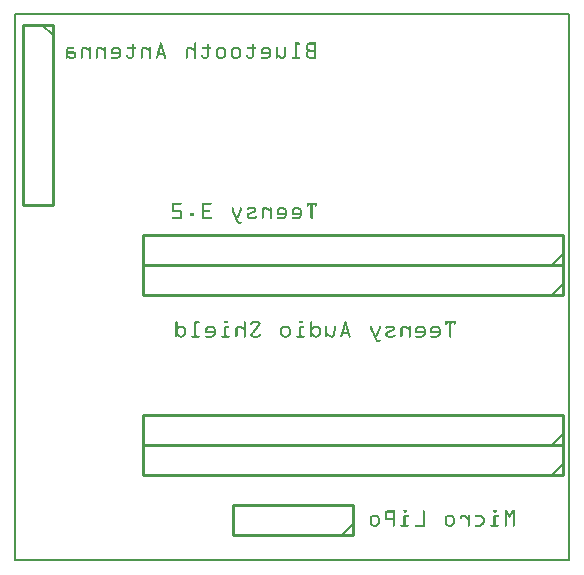
<source format=gbo>
G04 MADE WITH FRITZING*
G04 WWW.FRITZING.ORG*
G04 DOUBLE SIDED*
G04 HOLES PLATED*
G04 CONTOUR ON CENTER OF CONTOUR VECTOR*
%ASAXBY*%
%FSLAX23Y23*%
%MOIN*%
%OFA0B0*%
%SFA1.0B1.0*%
%ADD10R,1.854260X1.826520X1.838260X1.810520*%
%ADD11C,0.008000*%
%ADD12C,0.010000*%
%ADD13C,0.005000*%
%ADD14R,0.001000X0.001000*%
%LNSILK0*%
G90*
G70*
G54D11*
X4Y1823D02*
X1850Y1823D01*
X1850Y4D01*
X4Y4D01*
X4Y1823D01*
D02*
G54D12*
X1829Y388D02*
X429Y388D01*
D02*
X429Y388D02*
X429Y488D01*
D02*
X429Y488D02*
X1829Y488D01*
D02*
X1829Y488D02*
X1829Y388D01*
G54D13*
D02*
X1794Y388D02*
X1829Y423D01*
G54D12*
D02*
X1829Y288D02*
X429Y288D01*
D02*
X429Y288D02*
X429Y388D01*
D02*
X429Y388D02*
X1829Y388D01*
D02*
X1829Y388D02*
X1829Y288D01*
G54D13*
D02*
X1794Y288D02*
X1829Y323D01*
G54D12*
D02*
X1829Y888D02*
X429Y888D01*
D02*
X429Y888D02*
X429Y988D01*
D02*
X429Y988D02*
X1829Y988D01*
D02*
X1829Y988D02*
X1829Y888D01*
G54D13*
D02*
X1794Y888D02*
X1829Y923D01*
G54D12*
D02*
X1829Y988D02*
X429Y988D01*
D02*
X429Y988D02*
X429Y1088D01*
D02*
X429Y1088D02*
X1829Y1088D01*
D02*
X1829Y1088D02*
X1829Y988D01*
G54D13*
D02*
X1794Y988D02*
X1829Y1023D01*
G54D12*
D02*
X1129Y88D02*
X729Y88D01*
D02*
X729Y88D02*
X729Y188D01*
D02*
X729Y188D02*
X1129Y188D01*
D02*
X1129Y188D02*
X1129Y88D01*
G54D13*
D02*
X1094Y88D02*
X1129Y123D01*
G54D12*
D02*
X129Y1788D02*
X129Y1188D01*
D02*
X129Y1188D02*
X29Y1188D01*
D02*
X29Y1188D02*
X29Y1788D01*
D02*
X29Y1788D02*
X129Y1788D01*
G54D13*
D02*
X129Y1753D02*
X94Y1788D01*
G54D14*
X489Y1729D02*
X491Y1729D01*
X603Y1729D02*
X605Y1729D01*
X939Y1729D02*
X951Y1729D01*
X985Y1729D02*
X1007Y1729D01*
X488Y1728D02*
X492Y1728D01*
X602Y1728D02*
X606Y1728D01*
X938Y1728D02*
X953Y1728D01*
X982Y1728D02*
X1007Y1728D01*
X487Y1727D02*
X493Y1727D01*
X601Y1727D02*
X607Y1727D01*
X937Y1727D02*
X953Y1727D01*
X980Y1727D02*
X1007Y1727D01*
X396Y1726D02*
X398Y1726D01*
X487Y1726D02*
X493Y1726D01*
X601Y1726D02*
X607Y1726D01*
X646Y1726D02*
X648Y1726D01*
X796Y1726D02*
X798Y1726D01*
X937Y1726D02*
X954Y1726D01*
X979Y1726D02*
X1007Y1726D01*
X395Y1725D02*
X399Y1725D01*
X487Y1725D02*
X494Y1725D01*
X601Y1725D02*
X607Y1725D01*
X645Y1725D02*
X649Y1725D01*
X795Y1725D02*
X799Y1725D01*
X937Y1725D02*
X953Y1725D01*
X977Y1725D02*
X1007Y1725D01*
X394Y1724D02*
X400Y1724D01*
X487Y1724D02*
X494Y1724D01*
X601Y1724D02*
X607Y1724D01*
X644Y1724D02*
X650Y1724D01*
X794Y1724D02*
X800Y1724D01*
X937Y1724D02*
X953Y1724D01*
X977Y1724D02*
X1007Y1724D01*
X394Y1723D02*
X400Y1723D01*
X486Y1723D02*
X494Y1723D01*
X601Y1723D02*
X607Y1723D01*
X644Y1723D02*
X650Y1723D01*
X794Y1723D02*
X800Y1723D01*
X937Y1723D02*
X952Y1723D01*
X976Y1723D02*
X1007Y1723D01*
X394Y1722D02*
X400Y1722D01*
X486Y1722D02*
X495Y1722D01*
X601Y1722D02*
X607Y1722D01*
X644Y1722D02*
X650Y1722D01*
X794Y1722D02*
X800Y1722D01*
X937Y1722D02*
X943Y1722D01*
X975Y1722D02*
X984Y1722D01*
X1001Y1722D02*
X1007Y1722D01*
X394Y1721D02*
X400Y1721D01*
X486Y1721D02*
X495Y1721D01*
X601Y1721D02*
X607Y1721D01*
X644Y1721D02*
X650Y1721D01*
X794Y1721D02*
X800Y1721D01*
X937Y1721D02*
X943Y1721D01*
X975Y1721D02*
X982Y1721D01*
X1001Y1721D02*
X1007Y1721D01*
X394Y1720D02*
X400Y1720D01*
X485Y1720D02*
X495Y1720D01*
X601Y1720D02*
X607Y1720D01*
X644Y1720D02*
X650Y1720D01*
X794Y1720D02*
X800Y1720D01*
X937Y1720D02*
X943Y1720D01*
X974Y1720D02*
X981Y1720D01*
X1001Y1720D02*
X1007Y1720D01*
X394Y1719D02*
X400Y1719D01*
X485Y1719D02*
X495Y1719D01*
X601Y1719D02*
X607Y1719D01*
X644Y1719D02*
X650Y1719D01*
X794Y1719D02*
X800Y1719D01*
X937Y1719D02*
X943Y1719D01*
X974Y1719D02*
X981Y1719D01*
X1001Y1719D02*
X1007Y1719D01*
X394Y1718D02*
X400Y1718D01*
X485Y1718D02*
X496Y1718D01*
X601Y1718D02*
X607Y1718D01*
X644Y1718D02*
X650Y1718D01*
X794Y1718D02*
X800Y1718D01*
X937Y1718D02*
X943Y1718D01*
X974Y1718D02*
X980Y1718D01*
X1001Y1718D02*
X1007Y1718D01*
X394Y1717D02*
X400Y1717D01*
X485Y1717D02*
X496Y1717D01*
X601Y1717D02*
X607Y1717D01*
X644Y1717D02*
X650Y1717D01*
X794Y1717D02*
X800Y1717D01*
X937Y1717D02*
X943Y1717D01*
X974Y1717D02*
X980Y1717D01*
X1001Y1717D02*
X1007Y1717D01*
X394Y1716D02*
X400Y1716D01*
X484Y1716D02*
X496Y1716D01*
X601Y1716D02*
X607Y1716D01*
X644Y1716D02*
X650Y1716D01*
X794Y1716D02*
X800Y1716D01*
X937Y1716D02*
X943Y1716D01*
X973Y1716D02*
X979Y1716D01*
X1001Y1716D02*
X1007Y1716D01*
X394Y1715D02*
X400Y1715D01*
X484Y1715D02*
X497Y1715D01*
X601Y1715D02*
X607Y1715D01*
X644Y1715D02*
X650Y1715D01*
X794Y1715D02*
X800Y1715D01*
X937Y1715D02*
X943Y1715D01*
X973Y1715D02*
X979Y1715D01*
X1001Y1715D02*
X1007Y1715D01*
X181Y1714D02*
X199Y1714D01*
X231Y1714D02*
X241Y1714D01*
X253Y1714D02*
X255Y1714D01*
X281Y1714D02*
X291Y1714D01*
X303Y1714D02*
X305Y1714D01*
X333Y1714D02*
X348Y1714D01*
X379Y1714D02*
X405Y1714D01*
X431Y1714D02*
X441Y1714D01*
X453Y1714D02*
X455Y1714D01*
X484Y1714D02*
X497Y1714D01*
X581Y1714D02*
X591Y1714D01*
X601Y1714D02*
X607Y1714D01*
X629Y1714D02*
X655Y1714D01*
X683Y1714D02*
X698Y1714D01*
X733Y1714D02*
X748Y1714D01*
X779Y1714D02*
X805Y1714D01*
X833Y1714D02*
X848Y1714D01*
X875Y1714D02*
X878Y1714D01*
X903Y1714D02*
X905Y1714D01*
X937Y1714D02*
X943Y1714D01*
X973Y1714D02*
X979Y1714D01*
X1001Y1714D02*
X1007Y1714D01*
X179Y1713D02*
X200Y1713D01*
X229Y1713D02*
X243Y1713D01*
X252Y1713D02*
X256Y1713D01*
X279Y1713D02*
X293Y1713D01*
X302Y1713D02*
X306Y1713D01*
X331Y1713D02*
X350Y1713D01*
X378Y1713D02*
X406Y1713D01*
X429Y1713D02*
X443Y1713D01*
X452Y1713D02*
X456Y1713D01*
X483Y1713D02*
X497Y1713D01*
X579Y1713D02*
X593Y1713D01*
X601Y1713D02*
X607Y1713D01*
X628Y1713D02*
X656Y1713D01*
X681Y1713D02*
X700Y1713D01*
X731Y1713D02*
X750Y1713D01*
X778Y1713D02*
X806Y1713D01*
X831Y1713D02*
X850Y1713D01*
X874Y1713D02*
X879Y1713D01*
X902Y1713D02*
X906Y1713D01*
X937Y1713D02*
X943Y1713D01*
X973Y1713D02*
X979Y1713D01*
X1001Y1713D02*
X1007Y1713D01*
X178Y1712D02*
X200Y1712D01*
X228Y1712D02*
X245Y1712D01*
X251Y1712D02*
X257Y1712D01*
X278Y1712D02*
X295Y1712D01*
X301Y1712D02*
X307Y1712D01*
X330Y1712D02*
X351Y1712D01*
X377Y1712D02*
X407Y1712D01*
X428Y1712D02*
X445Y1712D01*
X451Y1712D02*
X457Y1712D01*
X483Y1712D02*
X489Y1712D01*
X491Y1712D02*
X497Y1712D01*
X578Y1712D02*
X595Y1712D01*
X601Y1712D02*
X607Y1712D01*
X627Y1712D02*
X657Y1712D01*
X680Y1712D02*
X701Y1712D01*
X730Y1712D02*
X751Y1712D01*
X777Y1712D02*
X807Y1712D01*
X830Y1712D02*
X851Y1712D01*
X874Y1712D02*
X879Y1712D01*
X901Y1712D02*
X907Y1712D01*
X937Y1712D02*
X943Y1712D01*
X973Y1712D02*
X979Y1712D01*
X1001Y1712D02*
X1007Y1712D01*
X177Y1711D02*
X200Y1711D01*
X227Y1711D02*
X246Y1711D01*
X251Y1711D02*
X257Y1711D01*
X277Y1711D02*
X296Y1711D01*
X301Y1711D02*
X307Y1711D01*
X328Y1711D02*
X352Y1711D01*
X377Y1711D02*
X407Y1711D01*
X427Y1711D02*
X446Y1711D01*
X451Y1711D02*
X457Y1711D01*
X483Y1711D02*
X489Y1711D01*
X491Y1711D02*
X498Y1711D01*
X577Y1711D02*
X596Y1711D01*
X601Y1711D02*
X607Y1711D01*
X627Y1711D02*
X657Y1711D01*
X678Y1711D02*
X702Y1711D01*
X728Y1711D02*
X752Y1711D01*
X777Y1711D02*
X807Y1711D01*
X828Y1711D02*
X852Y1711D01*
X873Y1711D02*
X879Y1711D01*
X901Y1711D02*
X907Y1711D01*
X937Y1711D02*
X943Y1711D01*
X974Y1711D02*
X980Y1711D01*
X1001Y1711D02*
X1007Y1711D01*
X176Y1710D02*
X200Y1710D01*
X226Y1710D02*
X248Y1710D01*
X251Y1710D02*
X257Y1710D01*
X276Y1710D02*
X298Y1710D01*
X301Y1710D02*
X307Y1710D01*
X327Y1710D02*
X353Y1710D01*
X377Y1710D02*
X407Y1710D01*
X426Y1710D02*
X448Y1710D01*
X451Y1710D02*
X457Y1710D01*
X483Y1710D02*
X489Y1710D01*
X492Y1710D02*
X498Y1710D01*
X576Y1710D02*
X598Y1710D01*
X601Y1710D02*
X607Y1710D01*
X627Y1710D02*
X657Y1710D01*
X677Y1710D02*
X703Y1710D01*
X727Y1710D02*
X753Y1710D01*
X777Y1710D02*
X807Y1710D01*
X827Y1710D02*
X853Y1710D01*
X873Y1710D02*
X879Y1710D01*
X901Y1710D02*
X907Y1710D01*
X937Y1710D02*
X943Y1710D01*
X974Y1710D02*
X980Y1710D01*
X1001Y1710D02*
X1007Y1710D01*
X176Y1709D02*
X199Y1709D01*
X226Y1709D02*
X257Y1709D01*
X276Y1709D02*
X307Y1709D01*
X326Y1709D02*
X354Y1709D01*
X378Y1709D02*
X406Y1709D01*
X426Y1709D02*
X457Y1709D01*
X482Y1709D02*
X489Y1709D01*
X492Y1709D02*
X498Y1709D01*
X576Y1709D02*
X607Y1709D01*
X628Y1709D02*
X656Y1709D01*
X676Y1709D02*
X704Y1709D01*
X726Y1709D02*
X754Y1709D01*
X778Y1709D02*
X806Y1709D01*
X826Y1709D02*
X854Y1709D01*
X873Y1709D02*
X879Y1709D01*
X901Y1709D02*
X907Y1709D01*
X937Y1709D02*
X943Y1709D01*
X974Y1709D02*
X981Y1709D01*
X1001Y1709D02*
X1007Y1709D01*
X175Y1708D02*
X198Y1708D01*
X225Y1708D02*
X257Y1708D01*
X275Y1708D02*
X307Y1708D01*
X325Y1708D02*
X355Y1708D01*
X379Y1708D02*
X405Y1708D01*
X425Y1708D02*
X457Y1708D01*
X482Y1708D02*
X488Y1708D01*
X492Y1708D02*
X499Y1708D01*
X575Y1708D02*
X607Y1708D01*
X629Y1708D02*
X655Y1708D01*
X675Y1708D02*
X705Y1708D01*
X725Y1708D02*
X755Y1708D01*
X779Y1708D02*
X805Y1708D01*
X825Y1708D02*
X855Y1708D01*
X873Y1708D02*
X879Y1708D01*
X901Y1708D02*
X907Y1708D01*
X937Y1708D02*
X943Y1708D01*
X974Y1708D02*
X981Y1708D01*
X1001Y1708D02*
X1007Y1708D01*
X175Y1707D02*
X182Y1707D01*
X225Y1707D02*
X232Y1707D01*
X241Y1707D02*
X257Y1707D01*
X275Y1707D02*
X282Y1707D01*
X291Y1707D02*
X307Y1707D01*
X325Y1707D02*
X333Y1707D01*
X347Y1707D02*
X356Y1707D01*
X394Y1707D02*
X400Y1707D01*
X425Y1707D02*
X432Y1707D01*
X441Y1707D02*
X457Y1707D01*
X482Y1707D02*
X488Y1707D01*
X493Y1707D02*
X499Y1707D01*
X575Y1707D02*
X582Y1707D01*
X591Y1707D02*
X607Y1707D01*
X644Y1707D02*
X650Y1707D01*
X675Y1707D02*
X683Y1707D01*
X697Y1707D02*
X706Y1707D01*
X725Y1707D02*
X733Y1707D01*
X747Y1707D02*
X756Y1707D01*
X794Y1707D02*
X800Y1707D01*
X825Y1707D02*
X833Y1707D01*
X847Y1707D02*
X856Y1707D01*
X873Y1707D02*
X879Y1707D01*
X901Y1707D02*
X907Y1707D01*
X937Y1707D02*
X943Y1707D01*
X975Y1707D02*
X983Y1707D01*
X1001Y1707D02*
X1007Y1707D01*
X175Y1706D02*
X181Y1706D01*
X225Y1706D02*
X231Y1706D01*
X242Y1706D02*
X257Y1706D01*
X275Y1706D02*
X281Y1706D01*
X292Y1706D02*
X307Y1706D01*
X324Y1706D02*
X332Y1706D01*
X348Y1706D02*
X356Y1706D01*
X394Y1706D02*
X400Y1706D01*
X425Y1706D02*
X431Y1706D01*
X442Y1706D02*
X457Y1706D01*
X481Y1706D02*
X488Y1706D01*
X493Y1706D02*
X499Y1706D01*
X575Y1706D02*
X581Y1706D01*
X592Y1706D02*
X607Y1706D01*
X644Y1706D02*
X650Y1706D01*
X674Y1706D02*
X682Y1706D01*
X698Y1706D02*
X706Y1706D01*
X724Y1706D02*
X732Y1706D01*
X748Y1706D02*
X756Y1706D01*
X794Y1706D02*
X800Y1706D01*
X824Y1706D02*
X832Y1706D01*
X848Y1706D02*
X856Y1706D01*
X873Y1706D02*
X879Y1706D01*
X901Y1706D02*
X907Y1706D01*
X937Y1706D02*
X943Y1706D01*
X975Y1706D02*
X985Y1706D01*
X1001Y1706D02*
X1007Y1706D01*
X174Y1705D02*
X181Y1705D01*
X224Y1705D02*
X231Y1705D01*
X244Y1705D02*
X257Y1705D01*
X274Y1705D02*
X281Y1705D01*
X294Y1705D02*
X307Y1705D01*
X324Y1705D02*
X331Y1705D01*
X349Y1705D02*
X357Y1705D01*
X394Y1705D02*
X400Y1705D01*
X424Y1705D02*
X431Y1705D01*
X444Y1705D02*
X457Y1705D01*
X481Y1705D02*
X487Y1705D01*
X493Y1705D02*
X500Y1705D01*
X574Y1705D02*
X581Y1705D01*
X594Y1705D02*
X607Y1705D01*
X644Y1705D02*
X650Y1705D01*
X674Y1705D02*
X681Y1705D01*
X699Y1705D02*
X706Y1705D01*
X724Y1705D02*
X731Y1705D01*
X749Y1705D02*
X756Y1705D01*
X794Y1705D02*
X800Y1705D01*
X824Y1705D02*
X831Y1705D01*
X849Y1705D02*
X856Y1705D01*
X873Y1705D02*
X879Y1705D01*
X901Y1705D02*
X907Y1705D01*
X937Y1705D02*
X943Y1705D01*
X976Y1705D02*
X1007Y1705D01*
X174Y1704D02*
X180Y1704D01*
X224Y1704D02*
X230Y1704D01*
X245Y1704D02*
X257Y1704D01*
X274Y1704D02*
X280Y1704D01*
X295Y1704D02*
X307Y1704D01*
X324Y1704D02*
X330Y1704D01*
X350Y1704D02*
X357Y1704D01*
X394Y1704D02*
X400Y1704D01*
X424Y1704D02*
X430Y1704D01*
X445Y1704D02*
X457Y1704D01*
X481Y1704D02*
X487Y1704D01*
X493Y1704D02*
X500Y1704D01*
X574Y1704D02*
X580Y1704D01*
X595Y1704D02*
X607Y1704D01*
X644Y1704D02*
X650Y1704D01*
X674Y1704D02*
X680Y1704D01*
X700Y1704D02*
X707Y1704D01*
X724Y1704D02*
X730Y1704D01*
X750Y1704D02*
X757Y1704D01*
X794Y1704D02*
X800Y1704D01*
X824Y1704D02*
X830Y1704D01*
X850Y1704D02*
X857Y1704D01*
X873Y1704D02*
X879Y1704D01*
X901Y1704D02*
X907Y1704D01*
X937Y1704D02*
X943Y1704D01*
X977Y1704D02*
X1007Y1704D01*
X174Y1703D02*
X180Y1703D01*
X224Y1703D02*
X230Y1703D01*
X247Y1703D02*
X257Y1703D01*
X274Y1703D02*
X280Y1703D01*
X297Y1703D02*
X307Y1703D01*
X324Y1703D02*
X330Y1703D01*
X351Y1703D02*
X357Y1703D01*
X394Y1703D02*
X400Y1703D01*
X424Y1703D02*
X430Y1703D01*
X447Y1703D02*
X457Y1703D01*
X480Y1703D02*
X487Y1703D01*
X494Y1703D02*
X500Y1703D01*
X574Y1703D02*
X580Y1703D01*
X597Y1703D02*
X607Y1703D01*
X644Y1703D02*
X650Y1703D01*
X674Y1703D02*
X680Y1703D01*
X701Y1703D02*
X707Y1703D01*
X724Y1703D02*
X730Y1703D01*
X751Y1703D02*
X757Y1703D01*
X794Y1703D02*
X800Y1703D01*
X823Y1703D02*
X830Y1703D01*
X851Y1703D02*
X857Y1703D01*
X873Y1703D02*
X879Y1703D01*
X901Y1703D02*
X907Y1703D01*
X937Y1703D02*
X943Y1703D01*
X978Y1703D02*
X1007Y1703D01*
X174Y1702D02*
X180Y1702D01*
X224Y1702D02*
X230Y1702D01*
X248Y1702D02*
X257Y1702D01*
X274Y1702D02*
X280Y1702D01*
X298Y1702D02*
X307Y1702D01*
X323Y1702D02*
X329Y1702D01*
X351Y1702D02*
X357Y1702D01*
X394Y1702D02*
X400Y1702D01*
X424Y1702D02*
X430Y1702D01*
X448Y1702D02*
X457Y1702D01*
X480Y1702D02*
X486Y1702D01*
X494Y1702D02*
X500Y1702D01*
X574Y1702D02*
X580Y1702D01*
X598Y1702D02*
X607Y1702D01*
X644Y1702D02*
X650Y1702D01*
X673Y1702D02*
X679Y1702D01*
X701Y1702D02*
X707Y1702D01*
X723Y1702D02*
X729Y1702D01*
X751Y1702D02*
X757Y1702D01*
X794Y1702D02*
X800Y1702D01*
X823Y1702D02*
X829Y1702D01*
X851Y1702D02*
X857Y1702D01*
X873Y1702D02*
X879Y1702D01*
X901Y1702D02*
X907Y1702D01*
X937Y1702D02*
X943Y1702D01*
X978Y1702D02*
X1007Y1702D01*
X174Y1701D02*
X180Y1701D01*
X224Y1701D02*
X230Y1701D01*
X250Y1701D02*
X257Y1701D01*
X274Y1701D02*
X280Y1701D01*
X300Y1701D02*
X307Y1701D01*
X323Y1701D02*
X329Y1701D01*
X351Y1701D02*
X357Y1701D01*
X394Y1701D02*
X400Y1701D01*
X424Y1701D02*
X430Y1701D01*
X450Y1701D02*
X457Y1701D01*
X480Y1701D02*
X486Y1701D01*
X494Y1701D02*
X501Y1701D01*
X574Y1701D02*
X580Y1701D01*
X600Y1701D02*
X607Y1701D01*
X644Y1701D02*
X650Y1701D01*
X673Y1701D02*
X679Y1701D01*
X701Y1701D02*
X707Y1701D01*
X723Y1701D02*
X729Y1701D01*
X751Y1701D02*
X757Y1701D01*
X794Y1701D02*
X800Y1701D01*
X823Y1701D02*
X829Y1701D01*
X851Y1701D02*
X857Y1701D01*
X873Y1701D02*
X879Y1701D01*
X901Y1701D02*
X907Y1701D01*
X937Y1701D02*
X943Y1701D01*
X977Y1701D02*
X1007Y1701D01*
X174Y1700D02*
X180Y1700D01*
X224Y1700D02*
X230Y1700D01*
X251Y1700D02*
X257Y1700D01*
X274Y1700D02*
X280Y1700D01*
X301Y1700D02*
X307Y1700D01*
X323Y1700D02*
X329Y1700D01*
X351Y1700D02*
X357Y1700D01*
X394Y1700D02*
X400Y1700D01*
X424Y1700D02*
X430Y1700D01*
X451Y1700D02*
X457Y1700D01*
X480Y1700D02*
X486Y1700D01*
X495Y1700D02*
X501Y1700D01*
X574Y1700D02*
X580Y1700D01*
X601Y1700D02*
X607Y1700D01*
X644Y1700D02*
X650Y1700D01*
X673Y1700D02*
X679Y1700D01*
X701Y1700D02*
X707Y1700D01*
X723Y1700D02*
X729Y1700D01*
X751Y1700D02*
X757Y1700D01*
X794Y1700D02*
X800Y1700D01*
X823Y1700D02*
X829Y1700D01*
X851Y1700D02*
X857Y1700D01*
X873Y1700D02*
X879Y1700D01*
X901Y1700D02*
X907Y1700D01*
X937Y1700D02*
X943Y1700D01*
X976Y1700D02*
X1007Y1700D01*
X174Y1699D02*
X201Y1699D01*
X224Y1699D02*
X230Y1699D01*
X251Y1699D02*
X257Y1699D01*
X274Y1699D02*
X280Y1699D01*
X301Y1699D02*
X307Y1699D01*
X323Y1699D02*
X329Y1699D01*
X351Y1699D02*
X357Y1699D01*
X394Y1699D02*
X400Y1699D01*
X424Y1699D02*
X430Y1699D01*
X451Y1699D02*
X457Y1699D01*
X479Y1699D02*
X486Y1699D01*
X495Y1699D02*
X501Y1699D01*
X574Y1699D02*
X580Y1699D01*
X601Y1699D02*
X607Y1699D01*
X644Y1699D02*
X650Y1699D01*
X673Y1699D02*
X679Y1699D01*
X701Y1699D02*
X707Y1699D01*
X723Y1699D02*
X729Y1699D01*
X751Y1699D02*
X757Y1699D01*
X794Y1699D02*
X800Y1699D01*
X823Y1699D02*
X829Y1699D01*
X851Y1699D02*
X857Y1699D01*
X873Y1699D02*
X879Y1699D01*
X901Y1699D02*
X907Y1699D01*
X937Y1699D02*
X943Y1699D01*
X976Y1699D02*
X1007Y1699D01*
X174Y1698D02*
X203Y1698D01*
X224Y1698D02*
X230Y1698D01*
X251Y1698D02*
X257Y1698D01*
X274Y1698D02*
X280Y1698D01*
X301Y1698D02*
X307Y1698D01*
X323Y1698D02*
X329Y1698D01*
X351Y1698D02*
X357Y1698D01*
X394Y1698D02*
X400Y1698D01*
X424Y1698D02*
X430Y1698D01*
X451Y1698D02*
X457Y1698D01*
X479Y1698D02*
X485Y1698D01*
X495Y1698D02*
X502Y1698D01*
X574Y1698D02*
X580Y1698D01*
X601Y1698D02*
X607Y1698D01*
X644Y1698D02*
X650Y1698D01*
X673Y1698D02*
X679Y1698D01*
X701Y1698D02*
X707Y1698D01*
X723Y1698D02*
X729Y1698D01*
X751Y1698D02*
X757Y1698D01*
X794Y1698D02*
X800Y1698D01*
X823Y1698D02*
X829Y1698D01*
X851Y1698D02*
X857Y1698D01*
X873Y1698D02*
X879Y1698D01*
X901Y1698D02*
X907Y1698D01*
X937Y1698D02*
X943Y1698D01*
X975Y1698D02*
X983Y1698D01*
X1001Y1698D02*
X1007Y1698D01*
X174Y1697D02*
X204Y1697D01*
X224Y1697D02*
X230Y1697D01*
X251Y1697D02*
X257Y1697D01*
X274Y1697D02*
X280Y1697D01*
X301Y1697D02*
X307Y1697D01*
X323Y1697D02*
X330Y1697D01*
X351Y1697D02*
X357Y1697D01*
X394Y1697D02*
X400Y1697D01*
X424Y1697D02*
X430Y1697D01*
X451Y1697D02*
X457Y1697D01*
X479Y1697D02*
X485Y1697D01*
X496Y1697D02*
X502Y1697D01*
X574Y1697D02*
X580Y1697D01*
X601Y1697D02*
X607Y1697D01*
X644Y1697D02*
X650Y1697D01*
X673Y1697D02*
X679Y1697D01*
X701Y1697D02*
X707Y1697D01*
X723Y1697D02*
X729Y1697D01*
X751Y1697D02*
X757Y1697D01*
X794Y1697D02*
X800Y1697D01*
X823Y1697D02*
X830Y1697D01*
X851Y1697D02*
X857Y1697D01*
X873Y1697D02*
X879Y1697D01*
X901Y1697D02*
X907Y1697D01*
X937Y1697D02*
X943Y1697D01*
X974Y1697D02*
X982Y1697D01*
X1001Y1697D02*
X1007Y1697D01*
X174Y1696D02*
X205Y1696D01*
X224Y1696D02*
X230Y1696D01*
X251Y1696D02*
X257Y1696D01*
X274Y1696D02*
X280Y1696D01*
X301Y1696D02*
X307Y1696D01*
X323Y1696D02*
X357Y1696D01*
X394Y1696D02*
X400Y1696D01*
X424Y1696D02*
X430Y1696D01*
X451Y1696D02*
X457Y1696D01*
X478Y1696D02*
X485Y1696D01*
X496Y1696D02*
X502Y1696D01*
X574Y1696D02*
X580Y1696D01*
X601Y1696D02*
X607Y1696D01*
X644Y1696D02*
X650Y1696D01*
X673Y1696D02*
X679Y1696D01*
X701Y1696D02*
X707Y1696D01*
X723Y1696D02*
X729Y1696D01*
X751Y1696D02*
X757Y1696D01*
X794Y1696D02*
X800Y1696D01*
X823Y1696D02*
X857Y1696D01*
X873Y1696D02*
X879Y1696D01*
X900Y1696D02*
X906Y1696D01*
X937Y1696D02*
X943Y1696D01*
X974Y1696D02*
X981Y1696D01*
X1001Y1696D02*
X1007Y1696D01*
X174Y1695D02*
X205Y1695D01*
X224Y1695D02*
X230Y1695D01*
X251Y1695D02*
X257Y1695D01*
X274Y1695D02*
X280Y1695D01*
X301Y1695D02*
X307Y1695D01*
X323Y1695D02*
X357Y1695D01*
X394Y1695D02*
X400Y1695D01*
X424Y1695D02*
X430Y1695D01*
X451Y1695D02*
X457Y1695D01*
X478Y1695D02*
X484Y1695D01*
X496Y1695D02*
X502Y1695D01*
X574Y1695D02*
X580Y1695D01*
X601Y1695D02*
X607Y1695D01*
X644Y1695D02*
X650Y1695D01*
X673Y1695D02*
X679Y1695D01*
X701Y1695D02*
X707Y1695D01*
X723Y1695D02*
X729Y1695D01*
X751Y1695D02*
X757Y1695D01*
X794Y1695D02*
X800Y1695D01*
X823Y1695D02*
X857Y1695D01*
X873Y1695D02*
X879Y1695D01*
X900Y1695D02*
X906Y1695D01*
X937Y1695D02*
X943Y1695D01*
X974Y1695D02*
X980Y1695D01*
X1001Y1695D02*
X1007Y1695D01*
X174Y1694D02*
X206Y1694D01*
X224Y1694D02*
X230Y1694D01*
X251Y1694D02*
X257Y1694D01*
X274Y1694D02*
X280Y1694D01*
X301Y1694D02*
X307Y1694D01*
X323Y1694D02*
X357Y1694D01*
X394Y1694D02*
X400Y1694D01*
X424Y1694D02*
X430Y1694D01*
X451Y1694D02*
X457Y1694D01*
X478Y1694D02*
X485Y1694D01*
X496Y1694D02*
X503Y1694D01*
X574Y1694D02*
X580Y1694D01*
X601Y1694D02*
X607Y1694D01*
X644Y1694D02*
X650Y1694D01*
X673Y1694D02*
X679Y1694D01*
X701Y1694D02*
X707Y1694D01*
X723Y1694D02*
X729Y1694D01*
X751Y1694D02*
X757Y1694D01*
X794Y1694D02*
X800Y1694D01*
X823Y1694D02*
X857Y1694D01*
X873Y1694D02*
X879Y1694D01*
X900Y1694D02*
X906Y1694D01*
X937Y1694D02*
X943Y1694D01*
X974Y1694D02*
X980Y1694D01*
X1001Y1694D02*
X1007Y1694D01*
X174Y1693D02*
X206Y1693D01*
X224Y1693D02*
X230Y1693D01*
X251Y1693D02*
X257Y1693D01*
X274Y1693D02*
X280Y1693D01*
X301Y1693D02*
X307Y1693D01*
X324Y1693D02*
X357Y1693D01*
X394Y1693D02*
X400Y1693D01*
X424Y1693D02*
X430Y1693D01*
X451Y1693D02*
X457Y1693D01*
X478Y1693D02*
X503Y1693D01*
X574Y1693D02*
X580Y1693D01*
X601Y1693D02*
X607Y1693D01*
X644Y1693D02*
X650Y1693D01*
X673Y1693D02*
X679Y1693D01*
X701Y1693D02*
X707Y1693D01*
X723Y1693D02*
X729Y1693D01*
X751Y1693D02*
X757Y1693D01*
X794Y1693D02*
X800Y1693D01*
X823Y1693D02*
X857Y1693D01*
X873Y1693D02*
X879Y1693D01*
X900Y1693D02*
X906Y1693D01*
X937Y1693D02*
X943Y1693D01*
X973Y1693D02*
X980Y1693D01*
X1001Y1693D02*
X1007Y1693D01*
X174Y1692D02*
X181Y1692D01*
X200Y1692D02*
X207Y1692D01*
X224Y1692D02*
X230Y1692D01*
X251Y1692D02*
X257Y1692D01*
X274Y1692D02*
X280Y1692D01*
X301Y1692D02*
X307Y1692D01*
X324Y1692D02*
X357Y1692D01*
X394Y1692D02*
X400Y1692D01*
X424Y1692D02*
X430Y1692D01*
X451Y1692D02*
X457Y1692D01*
X477Y1692D02*
X503Y1692D01*
X574Y1692D02*
X580Y1692D01*
X601Y1692D02*
X607Y1692D01*
X644Y1692D02*
X650Y1692D01*
X673Y1692D02*
X679Y1692D01*
X701Y1692D02*
X707Y1692D01*
X723Y1692D02*
X729Y1692D01*
X751Y1692D02*
X757Y1692D01*
X794Y1692D02*
X800Y1692D01*
X824Y1692D02*
X857Y1692D01*
X873Y1692D02*
X879Y1692D01*
X900Y1692D02*
X906Y1692D01*
X937Y1692D02*
X943Y1692D01*
X973Y1692D02*
X979Y1692D01*
X1001Y1692D02*
X1007Y1692D01*
X174Y1691D02*
X180Y1691D01*
X201Y1691D02*
X207Y1691D01*
X224Y1691D02*
X230Y1691D01*
X251Y1691D02*
X257Y1691D01*
X274Y1691D02*
X280Y1691D01*
X301Y1691D02*
X307Y1691D01*
X325Y1691D02*
X357Y1691D01*
X394Y1691D02*
X400Y1691D01*
X424Y1691D02*
X430Y1691D01*
X451Y1691D02*
X457Y1691D01*
X477Y1691D02*
X504Y1691D01*
X574Y1691D02*
X580Y1691D01*
X601Y1691D02*
X607Y1691D01*
X644Y1691D02*
X650Y1691D01*
X673Y1691D02*
X679Y1691D01*
X701Y1691D02*
X707Y1691D01*
X723Y1691D02*
X729Y1691D01*
X751Y1691D02*
X757Y1691D01*
X794Y1691D02*
X800Y1691D01*
X824Y1691D02*
X857Y1691D01*
X873Y1691D02*
X879Y1691D01*
X900Y1691D02*
X906Y1691D01*
X937Y1691D02*
X943Y1691D01*
X973Y1691D02*
X979Y1691D01*
X1001Y1691D02*
X1007Y1691D01*
X174Y1690D02*
X180Y1690D01*
X201Y1690D02*
X207Y1690D01*
X224Y1690D02*
X230Y1690D01*
X251Y1690D02*
X257Y1690D01*
X274Y1690D02*
X280Y1690D01*
X301Y1690D02*
X307Y1690D01*
X326Y1690D02*
X357Y1690D01*
X394Y1690D02*
X400Y1690D01*
X424Y1690D02*
X430Y1690D01*
X451Y1690D02*
X457Y1690D01*
X477Y1690D02*
X504Y1690D01*
X574Y1690D02*
X580Y1690D01*
X601Y1690D02*
X607Y1690D01*
X644Y1690D02*
X650Y1690D01*
X673Y1690D02*
X679Y1690D01*
X701Y1690D02*
X707Y1690D01*
X723Y1690D02*
X729Y1690D01*
X751Y1690D02*
X757Y1690D01*
X794Y1690D02*
X800Y1690D01*
X826Y1690D02*
X857Y1690D01*
X873Y1690D02*
X879Y1690D01*
X900Y1690D02*
X906Y1690D01*
X937Y1690D02*
X943Y1690D01*
X973Y1690D02*
X979Y1690D01*
X1001Y1690D02*
X1007Y1690D01*
X174Y1689D02*
X180Y1689D01*
X201Y1689D02*
X207Y1689D01*
X224Y1689D02*
X230Y1689D01*
X251Y1689D02*
X257Y1689D01*
X274Y1689D02*
X280Y1689D01*
X301Y1689D02*
X307Y1689D01*
X351Y1689D02*
X357Y1689D01*
X394Y1689D02*
X400Y1689D01*
X424Y1689D02*
X430Y1689D01*
X451Y1689D02*
X457Y1689D01*
X476Y1689D02*
X504Y1689D01*
X574Y1689D02*
X580Y1689D01*
X601Y1689D02*
X607Y1689D01*
X644Y1689D02*
X650Y1689D01*
X673Y1689D02*
X679Y1689D01*
X701Y1689D02*
X707Y1689D01*
X723Y1689D02*
X729Y1689D01*
X751Y1689D02*
X757Y1689D01*
X794Y1689D02*
X800Y1689D01*
X851Y1689D02*
X857Y1689D01*
X873Y1689D02*
X880Y1689D01*
X900Y1689D02*
X906Y1689D01*
X937Y1689D02*
X943Y1689D01*
X973Y1689D02*
X979Y1689D01*
X1001Y1689D02*
X1007Y1689D01*
X174Y1688D02*
X180Y1688D01*
X201Y1688D02*
X207Y1688D01*
X224Y1688D02*
X230Y1688D01*
X251Y1688D02*
X257Y1688D01*
X274Y1688D02*
X280Y1688D01*
X301Y1688D02*
X307Y1688D01*
X351Y1688D02*
X357Y1688D01*
X394Y1688D02*
X400Y1688D01*
X424Y1688D02*
X430Y1688D01*
X451Y1688D02*
X457Y1688D01*
X476Y1688D02*
X505Y1688D01*
X574Y1688D02*
X580Y1688D01*
X601Y1688D02*
X607Y1688D01*
X644Y1688D02*
X650Y1688D01*
X673Y1688D02*
X679Y1688D01*
X701Y1688D02*
X707Y1688D01*
X723Y1688D02*
X729Y1688D01*
X751Y1688D02*
X757Y1688D01*
X794Y1688D02*
X800Y1688D01*
X851Y1688D02*
X857Y1688D01*
X873Y1688D02*
X882Y1688D01*
X900Y1688D02*
X906Y1688D01*
X937Y1688D02*
X943Y1688D01*
X973Y1688D02*
X980Y1688D01*
X1001Y1688D02*
X1007Y1688D01*
X174Y1687D02*
X180Y1687D01*
X201Y1687D02*
X207Y1687D01*
X224Y1687D02*
X230Y1687D01*
X251Y1687D02*
X257Y1687D01*
X274Y1687D02*
X280Y1687D01*
X301Y1687D02*
X307Y1687D01*
X351Y1687D02*
X357Y1687D01*
X375Y1687D02*
X378Y1687D01*
X394Y1687D02*
X400Y1687D01*
X424Y1687D02*
X430Y1687D01*
X451Y1687D02*
X457Y1687D01*
X476Y1687D02*
X505Y1687D01*
X574Y1687D02*
X580Y1687D01*
X601Y1687D02*
X607Y1687D01*
X625Y1687D02*
X628Y1687D01*
X644Y1687D02*
X650Y1687D01*
X673Y1687D02*
X680Y1687D01*
X701Y1687D02*
X707Y1687D01*
X723Y1687D02*
X730Y1687D01*
X751Y1687D02*
X757Y1687D01*
X774Y1687D02*
X778Y1687D01*
X794Y1687D02*
X800Y1687D01*
X851Y1687D02*
X857Y1687D01*
X873Y1687D02*
X883Y1687D01*
X900Y1687D02*
X906Y1687D01*
X937Y1687D02*
X943Y1687D01*
X974Y1687D02*
X980Y1687D01*
X1001Y1687D02*
X1007Y1687D01*
X174Y1686D02*
X181Y1686D01*
X201Y1686D02*
X207Y1686D01*
X224Y1686D02*
X230Y1686D01*
X251Y1686D02*
X257Y1686D01*
X274Y1686D02*
X280Y1686D01*
X301Y1686D02*
X307Y1686D01*
X350Y1686D02*
X357Y1686D01*
X374Y1686D02*
X379Y1686D01*
X394Y1686D02*
X400Y1686D01*
X424Y1686D02*
X430Y1686D01*
X451Y1686D02*
X457Y1686D01*
X476Y1686D02*
X482Y1686D01*
X499Y1686D02*
X505Y1686D01*
X574Y1686D02*
X580Y1686D01*
X601Y1686D02*
X607Y1686D01*
X624Y1686D02*
X629Y1686D01*
X644Y1686D02*
X650Y1686D01*
X674Y1686D02*
X680Y1686D01*
X700Y1686D02*
X707Y1686D01*
X724Y1686D02*
X730Y1686D01*
X750Y1686D02*
X757Y1686D01*
X774Y1686D02*
X779Y1686D01*
X794Y1686D02*
X800Y1686D01*
X850Y1686D02*
X857Y1686D01*
X873Y1686D02*
X885Y1686D01*
X900Y1686D02*
X906Y1686D01*
X937Y1686D02*
X943Y1686D01*
X974Y1686D02*
X980Y1686D01*
X1001Y1686D02*
X1007Y1686D01*
X174Y1685D02*
X183Y1685D01*
X201Y1685D02*
X207Y1685D01*
X224Y1685D02*
X230Y1685D01*
X251Y1685D02*
X257Y1685D01*
X274Y1685D02*
X280Y1685D01*
X301Y1685D02*
X307Y1685D01*
X350Y1685D02*
X357Y1685D01*
X374Y1685D02*
X379Y1685D01*
X394Y1685D02*
X400Y1685D01*
X424Y1685D02*
X430Y1685D01*
X451Y1685D02*
X457Y1685D01*
X475Y1685D02*
X481Y1685D01*
X499Y1685D02*
X505Y1685D01*
X574Y1685D02*
X580Y1685D01*
X601Y1685D02*
X607Y1685D01*
X624Y1685D02*
X629Y1685D01*
X644Y1685D02*
X650Y1685D01*
X674Y1685D02*
X681Y1685D01*
X700Y1685D02*
X707Y1685D01*
X724Y1685D02*
X731Y1685D01*
X750Y1685D02*
X757Y1685D01*
X773Y1685D02*
X779Y1685D01*
X794Y1685D02*
X800Y1685D01*
X850Y1685D02*
X857Y1685D01*
X873Y1685D02*
X886Y1685D01*
X900Y1685D02*
X906Y1685D01*
X937Y1685D02*
X943Y1685D01*
X974Y1685D02*
X981Y1685D01*
X1001Y1685D02*
X1007Y1685D01*
X174Y1684D02*
X184Y1684D01*
X201Y1684D02*
X207Y1684D01*
X224Y1684D02*
X230Y1684D01*
X251Y1684D02*
X257Y1684D01*
X274Y1684D02*
X280Y1684D01*
X301Y1684D02*
X307Y1684D01*
X349Y1684D02*
X356Y1684D01*
X373Y1684D02*
X380Y1684D01*
X394Y1684D02*
X400Y1684D01*
X424Y1684D02*
X430Y1684D01*
X451Y1684D02*
X457Y1684D01*
X475Y1684D02*
X481Y1684D01*
X499Y1684D02*
X506Y1684D01*
X574Y1684D02*
X580Y1684D01*
X601Y1684D02*
X607Y1684D01*
X623Y1684D02*
X630Y1684D01*
X644Y1684D02*
X650Y1684D01*
X674Y1684D02*
X682Y1684D01*
X699Y1684D02*
X706Y1684D01*
X724Y1684D02*
X732Y1684D01*
X749Y1684D02*
X756Y1684D01*
X773Y1684D02*
X780Y1684D01*
X794Y1684D02*
X800Y1684D01*
X849Y1684D02*
X856Y1684D01*
X873Y1684D02*
X888Y1684D01*
X900Y1684D02*
X906Y1684D01*
X937Y1684D02*
X943Y1684D01*
X974Y1684D02*
X982Y1684D01*
X1001Y1684D02*
X1007Y1684D01*
X174Y1683D02*
X186Y1683D01*
X200Y1683D02*
X207Y1683D01*
X224Y1683D02*
X230Y1683D01*
X251Y1683D02*
X257Y1683D01*
X274Y1683D02*
X280Y1683D01*
X301Y1683D02*
X307Y1683D01*
X347Y1683D02*
X356Y1683D01*
X374Y1683D02*
X381Y1683D01*
X393Y1683D02*
X400Y1683D01*
X424Y1683D02*
X430Y1683D01*
X451Y1683D02*
X457Y1683D01*
X475Y1683D02*
X481Y1683D01*
X500Y1683D02*
X506Y1683D01*
X574Y1683D02*
X580Y1683D01*
X601Y1683D02*
X607Y1683D01*
X624Y1683D02*
X631Y1683D01*
X643Y1683D02*
X650Y1683D01*
X675Y1683D02*
X683Y1683D01*
X697Y1683D02*
X706Y1683D01*
X725Y1683D02*
X733Y1683D01*
X747Y1683D02*
X756Y1683D01*
X774Y1683D02*
X781Y1683D01*
X793Y1683D02*
X800Y1683D01*
X847Y1683D02*
X856Y1683D01*
X873Y1683D02*
X889Y1683D01*
X899Y1683D02*
X906Y1683D01*
X937Y1683D02*
X943Y1683D01*
X975Y1683D02*
X983Y1683D01*
X1001Y1683D02*
X1007Y1683D01*
X174Y1682D02*
X206Y1682D01*
X224Y1682D02*
X230Y1682D01*
X251Y1682D02*
X257Y1682D01*
X274Y1682D02*
X280Y1682D01*
X301Y1682D02*
X307Y1682D01*
X326Y1682D02*
X355Y1682D01*
X374Y1682D02*
X400Y1682D01*
X424Y1682D02*
X430Y1682D01*
X451Y1682D02*
X457Y1682D01*
X474Y1682D02*
X481Y1682D01*
X500Y1682D02*
X506Y1682D01*
X574Y1682D02*
X580Y1682D01*
X601Y1682D02*
X607Y1682D01*
X624Y1682D02*
X649Y1682D01*
X675Y1682D02*
X705Y1682D01*
X725Y1682D02*
X755Y1682D01*
X774Y1682D02*
X799Y1682D01*
X826Y1682D02*
X855Y1682D01*
X873Y1682D02*
X905Y1682D01*
X930Y1682D02*
X951Y1682D01*
X975Y1682D02*
X1007Y1682D01*
X174Y1681D02*
X206Y1681D01*
X224Y1681D02*
X230Y1681D01*
X251Y1681D02*
X257Y1681D01*
X274Y1681D02*
X280Y1681D01*
X301Y1681D02*
X307Y1681D01*
X324Y1681D02*
X355Y1681D01*
X375Y1681D02*
X399Y1681D01*
X424Y1681D02*
X430Y1681D01*
X451Y1681D02*
X457Y1681D01*
X474Y1681D02*
X480Y1681D01*
X500Y1681D02*
X507Y1681D01*
X574Y1681D02*
X580Y1681D01*
X601Y1681D02*
X607Y1681D01*
X625Y1681D02*
X649Y1681D01*
X676Y1681D02*
X705Y1681D01*
X726Y1681D02*
X755Y1681D01*
X774Y1681D02*
X799Y1681D01*
X824Y1681D02*
X855Y1681D01*
X873Y1681D02*
X905Y1681D01*
X928Y1681D02*
X953Y1681D01*
X976Y1681D02*
X1007Y1681D01*
X174Y1680D02*
X205Y1680D01*
X224Y1680D02*
X230Y1680D01*
X251Y1680D02*
X257Y1680D01*
X274Y1680D02*
X280Y1680D01*
X301Y1680D02*
X307Y1680D01*
X324Y1680D02*
X354Y1680D01*
X375Y1680D02*
X399Y1680D01*
X424Y1680D02*
X430Y1680D01*
X451Y1680D02*
X457Y1680D01*
X474Y1680D02*
X480Y1680D01*
X501Y1680D02*
X507Y1680D01*
X574Y1680D02*
X579Y1680D01*
X601Y1680D02*
X607Y1680D01*
X625Y1680D02*
X648Y1680D01*
X677Y1680D02*
X704Y1680D01*
X727Y1680D02*
X754Y1680D01*
X775Y1680D02*
X798Y1680D01*
X824Y1680D02*
X854Y1680D01*
X873Y1680D02*
X879Y1680D01*
X882Y1680D02*
X904Y1680D01*
X927Y1680D02*
X953Y1680D01*
X977Y1680D02*
X1007Y1680D01*
X173Y1679D02*
X205Y1679D01*
X224Y1679D02*
X230Y1679D01*
X251Y1679D02*
X257Y1679D01*
X274Y1679D02*
X279Y1679D01*
X301Y1679D02*
X307Y1679D01*
X324Y1679D02*
X353Y1679D01*
X376Y1679D02*
X398Y1679D01*
X424Y1679D02*
X429Y1679D01*
X451Y1679D02*
X457Y1679D01*
X473Y1679D02*
X480Y1679D01*
X501Y1679D02*
X507Y1679D01*
X574Y1679D02*
X579Y1679D01*
X601Y1679D02*
X607Y1679D01*
X626Y1679D02*
X648Y1679D01*
X678Y1679D02*
X702Y1679D01*
X728Y1679D02*
X752Y1679D01*
X776Y1679D02*
X798Y1679D01*
X823Y1679D02*
X852Y1679D01*
X873Y1679D02*
X879Y1679D01*
X884Y1679D02*
X904Y1679D01*
X927Y1679D02*
X953Y1679D01*
X978Y1679D02*
X1007Y1679D01*
X174Y1678D02*
X179Y1678D01*
X182Y1678D02*
X204Y1678D01*
X224Y1678D02*
X229Y1678D01*
X251Y1678D02*
X257Y1678D01*
X274Y1678D02*
X279Y1678D01*
X301Y1678D02*
X307Y1678D01*
X324Y1678D02*
X351Y1678D01*
X377Y1678D02*
X397Y1678D01*
X424Y1678D02*
X429Y1678D01*
X451Y1678D02*
X457Y1678D01*
X474Y1678D02*
X479Y1678D01*
X501Y1678D02*
X507Y1678D01*
X574Y1678D02*
X579Y1678D01*
X601Y1678D02*
X607Y1678D01*
X627Y1678D02*
X647Y1678D01*
X679Y1678D02*
X701Y1678D01*
X729Y1678D02*
X751Y1678D01*
X777Y1678D02*
X797Y1678D01*
X824Y1678D02*
X851Y1678D01*
X874Y1678D02*
X879Y1678D01*
X885Y1678D02*
X903Y1678D01*
X927Y1678D02*
X953Y1678D01*
X979Y1678D02*
X1007Y1678D01*
X174Y1677D02*
X179Y1677D01*
X183Y1677D02*
X203Y1677D01*
X224Y1677D02*
X229Y1677D01*
X252Y1677D02*
X257Y1677D01*
X274Y1677D02*
X279Y1677D01*
X302Y1677D02*
X307Y1677D01*
X324Y1677D02*
X350Y1677D01*
X378Y1677D02*
X396Y1677D01*
X424Y1677D02*
X429Y1677D01*
X452Y1677D02*
X457Y1677D01*
X474Y1677D02*
X479Y1677D01*
X502Y1677D02*
X507Y1677D01*
X574Y1677D02*
X579Y1677D01*
X601Y1677D02*
X607Y1677D01*
X628Y1677D02*
X646Y1677D01*
X681Y1677D02*
X700Y1677D01*
X731Y1677D02*
X750Y1677D01*
X778Y1677D02*
X796Y1677D01*
X824Y1677D02*
X850Y1677D01*
X874Y1677D02*
X879Y1677D01*
X887Y1677D02*
X902Y1677D01*
X927Y1677D02*
X953Y1677D01*
X981Y1677D02*
X1007Y1677D01*
X175Y1676D02*
X178Y1676D01*
X185Y1676D02*
X201Y1676D01*
X225Y1676D02*
X228Y1676D01*
X252Y1676D02*
X256Y1676D01*
X275Y1676D02*
X278Y1676D01*
X302Y1676D02*
X306Y1676D01*
X325Y1676D02*
X348Y1676D01*
X380Y1676D02*
X394Y1676D01*
X425Y1676D02*
X428Y1676D01*
X452Y1676D02*
X456Y1676D01*
X475Y1676D02*
X478Y1676D01*
X502Y1676D02*
X506Y1676D01*
X575Y1676D02*
X578Y1676D01*
X602Y1676D02*
X606Y1676D01*
X630Y1676D02*
X644Y1676D01*
X682Y1676D02*
X698Y1676D01*
X732Y1676D02*
X748Y1676D01*
X780Y1676D02*
X794Y1676D01*
X825Y1676D02*
X848Y1676D01*
X875Y1676D02*
X878Y1676D01*
X889Y1676D02*
X900Y1676D01*
X928Y1676D02*
X952Y1676D01*
X983Y1676D02*
X1007Y1676D01*
X530Y1194D02*
X558Y1194D01*
X630Y1194D02*
X658Y1194D01*
X976Y1194D02*
X1009Y1194D01*
X528Y1193D02*
X559Y1193D01*
X628Y1193D02*
X659Y1193D01*
X976Y1193D02*
X1009Y1193D01*
X527Y1192D02*
X559Y1192D01*
X627Y1192D02*
X659Y1192D01*
X976Y1192D02*
X1009Y1192D01*
X527Y1191D02*
X559Y1191D01*
X627Y1191D02*
X659Y1191D01*
X976Y1191D02*
X1009Y1191D01*
X526Y1190D02*
X559Y1190D01*
X626Y1190D02*
X659Y1190D01*
X976Y1190D02*
X1009Y1190D01*
X526Y1189D02*
X558Y1189D01*
X626Y1189D02*
X658Y1189D01*
X976Y1189D02*
X1009Y1189D01*
X526Y1188D02*
X557Y1188D01*
X626Y1188D02*
X657Y1188D01*
X976Y1188D02*
X1009Y1188D01*
X526Y1187D02*
X532Y1187D01*
X626Y1187D02*
X632Y1187D01*
X976Y1187D02*
X982Y1187D01*
X989Y1187D02*
X995Y1187D01*
X1003Y1187D02*
X1009Y1187D01*
X526Y1186D02*
X532Y1186D01*
X626Y1186D02*
X632Y1186D01*
X976Y1186D02*
X982Y1186D01*
X989Y1186D02*
X995Y1186D01*
X1003Y1186D02*
X1009Y1186D01*
X526Y1185D02*
X532Y1185D01*
X626Y1185D02*
X632Y1185D01*
X976Y1185D02*
X982Y1185D01*
X989Y1185D02*
X995Y1185D01*
X1003Y1185D02*
X1009Y1185D01*
X526Y1184D02*
X532Y1184D01*
X626Y1184D02*
X632Y1184D01*
X976Y1184D02*
X981Y1184D01*
X989Y1184D02*
X995Y1184D01*
X1004Y1184D02*
X1009Y1184D01*
X526Y1183D02*
X532Y1183D01*
X626Y1183D02*
X632Y1183D01*
X977Y1183D02*
X981Y1183D01*
X989Y1183D02*
X995Y1183D01*
X1004Y1183D02*
X1008Y1183D01*
X526Y1182D02*
X532Y1182D01*
X626Y1182D02*
X632Y1182D01*
X979Y1182D02*
X979Y1182D01*
X989Y1182D02*
X995Y1182D01*
X1006Y1182D02*
X1006Y1182D01*
X526Y1181D02*
X532Y1181D01*
X626Y1181D02*
X632Y1181D01*
X989Y1181D02*
X995Y1181D01*
X526Y1180D02*
X532Y1180D01*
X626Y1180D02*
X632Y1180D01*
X729Y1180D02*
X729Y1180D01*
X756Y1180D02*
X756Y1180D01*
X785Y1180D02*
X801Y1180D01*
X836Y1180D02*
X841Y1180D01*
X856Y1180D02*
X856Y1180D01*
X887Y1180D02*
X897Y1180D01*
X937Y1180D02*
X947Y1180D01*
X989Y1180D02*
X995Y1180D01*
X526Y1179D02*
X532Y1179D01*
X626Y1179D02*
X632Y1179D01*
X727Y1179D02*
X731Y1179D01*
X754Y1179D02*
X758Y1179D01*
X781Y1179D02*
X804Y1179D01*
X832Y1179D02*
X844Y1179D01*
X854Y1179D02*
X858Y1179D01*
X884Y1179D02*
X901Y1179D01*
X934Y1179D02*
X951Y1179D01*
X989Y1179D02*
X995Y1179D01*
X526Y1178D02*
X532Y1178D01*
X626Y1178D02*
X632Y1178D01*
X726Y1178D02*
X731Y1178D01*
X754Y1178D02*
X759Y1178D01*
X779Y1178D02*
X805Y1178D01*
X831Y1178D02*
X846Y1178D01*
X854Y1178D02*
X859Y1178D01*
X882Y1178D02*
X903Y1178D01*
X932Y1178D02*
X953Y1178D01*
X989Y1178D02*
X995Y1178D01*
X526Y1177D02*
X532Y1177D01*
X626Y1177D02*
X632Y1177D01*
X726Y1177D02*
X732Y1177D01*
X753Y1177D02*
X759Y1177D01*
X778Y1177D02*
X806Y1177D01*
X830Y1177D02*
X848Y1177D01*
X853Y1177D02*
X859Y1177D01*
X881Y1177D02*
X904Y1177D01*
X931Y1177D02*
X954Y1177D01*
X989Y1177D02*
X995Y1177D01*
X526Y1176D02*
X532Y1176D01*
X626Y1176D02*
X632Y1176D01*
X726Y1176D02*
X732Y1176D01*
X753Y1176D02*
X759Y1176D01*
X777Y1176D02*
X807Y1176D01*
X829Y1176D02*
X849Y1176D01*
X853Y1176D02*
X859Y1176D01*
X880Y1176D02*
X905Y1176D01*
X930Y1176D02*
X955Y1176D01*
X989Y1176D02*
X995Y1176D01*
X526Y1175D02*
X532Y1175D01*
X626Y1175D02*
X632Y1175D01*
X726Y1175D02*
X732Y1175D01*
X753Y1175D02*
X759Y1175D01*
X777Y1175D02*
X808Y1175D01*
X828Y1175D02*
X851Y1175D01*
X853Y1175D02*
X859Y1175D01*
X879Y1175D02*
X906Y1175D01*
X929Y1175D02*
X956Y1175D01*
X989Y1175D02*
X995Y1175D01*
X526Y1174D02*
X532Y1174D01*
X626Y1174D02*
X632Y1174D01*
X726Y1174D02*
X732Y1174D01*
X753Y1174D02*
X759Y1174D01*
X777Y1174D02*
X808Y1174D01*
X828Y1174D02*
X859Y1174D01*
X878Y1174D02*
X907Y1174D01*
X928Y1174D02*
X957Y1174D01*
X989Y1174D02*
X995Y1174D01*
X526Y1173D02*
X532Y1173D01*
X626Y1173D02*
X632Y1173D01*
X726Y1173D02*
X732Y1173D01*
X753Y1173D02*
X759Y1173D01*
X777Y1173D02*
X784Y1173D01*
X801Y1173D02*
X808Y1173D01*
X827Y1173D02*
X836Y1173D01*
X842Y1173D02*
X859Y1173D01*
X877Y1173D02*
X887Y1173D01*
X898Y1173D02*
X908Y1173D01*
X927Y1173D02*
X937Y1173D01*
X948Y1173D02*
X958Y1173D01*
X989Y1173D02*
X995Y1173D01*
X526Y1172D02*
X532Y1172D01*
X626Y1172D02*
X633Y1172D01*
X726Y1172D02*
X732Y1172D01*
X753Y1172D02*
X759Y1172D01*
X777Y1172D02*
X782Y1172D01*
X802Y1172D02*
X808Y1172D01*
X827Y1172D02*
X834Y1172D01*
X844Y1172D02*
X859Y1172D01*
X877Y1172D02*
X885Y1172D01*
X900Y1172D02*
X908Y1172D01*
X927Y1172D02*
X935Y1172D01*
X950Y1172D02*
X958Y1172D01*
X989Y1172D02*
X995Y1172D01*
X526Y1171D02*
X554Y1171D01*
X626Y1171D02*
X650Y1171D01*
X726Y1171D02*
X732Y1171D01*
X753Y1171D02*
X759Y1171D01*
X778Y1171D02*
X781Y1171D01*
X802Y1171D02*
X808Y1171D01*
X827Y1171D02*
X833Y1171D01*
X845Y1171D02*
X859Y1171D01*
X876Y1171D02*
X884Y1171D01*
X901Y1171D02*
X909Y1171D01*
X926Y1171D02*
X934Y1171D01*
X951Y1171D02*
X959Y1171D01*
X989Y1171D02*
X995Y1171D01*
X526Y1170D02*
X556Y1170D01*
X627Y1170D02*
X652Y1170D01*
X726Y1170D02*
X732Y1170D01*
X753Y1170D02*
X759Y1170D01*
X802Y1170D02*
X808Y1170D01*
X827Y1170D02*
X833Y1170D01*
X847Y1170D02*
X859Y1170D01*
X876Y1170D02*
X883Y1170D01*
X902Y1170D02*
X909Y1170D01*
X926Y1170D02*
X933Y1170D01*
X952Y1170D02*
X959Y1170D01*
X989Y1170D02*
X995Y1170D01*
X526Y1169D02*
X557Y1169D01*
X628Y1169D02*
X652Y1169D01*
X726Y1169D02*
X733Y1169D01*
X752Y1169D02*
X759Y1169D01*
X800Y1169D02*
X808Y1169D01*
X827Y1169D02*
X833Y1169D01*
X848Y1169D02*
X859Y1169D01*
X876Y1169D02*
X882Y1169D01*
X903Y1169D02*
X909Y1169D01*
X926Y1169D02*
X932Y1169D01*
X953Y1169D02*
X959Y1169D01*
X989Y1169D02*
X995Y1169D01*
X527Y1168D02*
X558Y1168D01*
X628Y1168D02*
X652Y1168D01*
X727Y1168D02*
X733Y1168D01*
X752Y1168D02*
X758Y1168D01*
X798Y1168D02*
X808Y1168D01*
X827Y1168D02*
X833Y1168D01*
X850Y1168D02*
X859Y1168D01*
X876Y1168D02*
X882Y1168D01*
X903Y1168D02*
X909Y1168D01*
X926Y1168D02*
X932Y1168D01*
X953Y1168D02*
X959Y1168D01*
X989Y1168D02*
X995Y1168D01*
X527Y1167D02*
X559Y1167D01*
X628Y1167D02*
X652Y1167D01*
X727Y1167D02*
X734Y1167D01*
X751Y1167D02*
X758Y1167D01*
X796Y1167D02*
X807Y1167D01*
X826Y1167D02*
X832Y1167D01*
X851Y1167D02*
X859Y1167D01*
X876Y1167D02*
X882Y1167D01*
X903Y1167D02*
X909Y1167D01*
X926Y1167D02*
X932Y1167D01*
X953Y1167D02*
X959Y1167D01*
X989Y1167D02*
X995Y1167D01*
X528Y1166D02*
X559Y1166D01*
X627Y1166D02*
X652Y1166D01*
X727Y1166D02*
X734Y1166D01*
X751Y1166D02*
X758Y1166D01*
X793Y1166D02*
X807Y1166D01*
X826Y1166D02*
X832Y1166D01*
X853Y1166D02*
X859Y1166D01*
X876Y1166D02*
X882Y1166D01*
X903Y1166D02*
X909Y1166D01*
X926Y1166D02*
X932Y1166D01*
X953Y1166D02*
X959Y1166D01*
X989Y1166D02*
X995Y1166D01*
X530Y1165D02*
X559Y1165D01*
X627Y1165D02*
X651Y1165D01*
X728Y1165D02*
X735Y1165D01*
X750Y1165D02*
X757Y1165D01*
X791Y1165D02*
X806Y1165D01*
X826Y1165D02*
X832Y1165D01*
X853Y1165D02*
X859Y1165D01*
X876Y1165D02*
X882Y1165D01*
X903Y1165D02*
X909Y1165D01*
X926Y1165D02*
X932Y1165D01*
X953Y1165D02*
X959Y1165D01*
X989Y1165D02*
X995Y1165D01*
X553Y1164D02*
X559Y1164D01*
X626Y1164D02*
X634Y1164D01*
X728Y1164D02*
X735Y1164D01*
X750Y1164D02*
X757Y1164D01*
X789Y1164D02*
X805Y1164D01*
X826Y1164D02*
X832Y1164D01*
X853Y1164D02*
X859Y1164D01*
X876Y1164D02*
X882Y1164D01*
X903Y1164D02*
X909Y1164D01*
X926Y1164D02*
X932Y1164D01*
X953Y1164D02*
X959Y1164D01*
X989Y1164D02*
X995Y1164D01*
X553Y1163D02*
X559Y1163D01*
X626Y1163D02*
X633Y1163D01*
X729Y1163D02*
X735Y1163D01*
X750Y1163D02*
X756Y1163D01*
X787Y1163D02*
X803Y1163D01*
X826Y1163D02*
X832Y1163D01*
X853Y1163D02*
X859Y1163D01*
X876Y1163D02*
X882Y1163D01*
X903Y1163D02*
X909Y1163D01*
X926Y1163D02*
X932Y1163D01*
X953Y1163D02*
X959Y1163D01*
X989Y1163D02*
X995Y1163D01*
X553Y1162D02*
X559Y1162D01*
X588Y1162D02*
X597Y1162D01*
X626Y1162D02*
X632Y1162D01*
X729Y1162D02*
X736Y1162D01*
X749Y1162D02*
X756Y1162D01*
X784Y1162D02*
X801Y1162D01*
X826Y1162D02*
X832Y1162D01*
X853Y1162D02*
X859Y1162D01*
X876Y1162D02*
X909Y1162D01*
X926Y1162D02*
X959Y1162D01*
X989Y1162D02*
X995Y1162D01*
X553Y1161D02*
X559Y1161D01*
X587Y1161D02*
X598Y1161D01*
X626Y1161D02*
X632Y1161D01*
X730Y1161D02*
X736Y1161D01*
X749Y1161D02*
X755Y1161D01*
X782Y1161D02*
X798Y1161D01*
X826Y1161D02*
X832Y1161D01*
X853Y1161D02*
X859Y1161D01*
X876Y1161D02*
X909Y1161D01*
X926Y1161D02*
X959Y1161D01*
X989Y1161D02*
X995Y1161D01*
X553Y1160D02*
X559Y1160D01*
X586Y1160D02*
X599Y1160D01*
X626Y1160D02*
X632Y1160D01*
X730Y1160D02*
X737Y1160D01*
X748Y1160D02*
X755Y1160D01*
X780Y1160D02*
X796Y1160D01*
X826Y1160D02*
X832Y1160D01*
X853Y1160D02*
X859Y1160D01*
X876Y1160D02*
X909Y1160D01*
X926Y1160D02*
X959Y1160D01*
X989Y1160D02*
X995Y1160D01*
X553Y1159D02*
X559Y1159D01*
X586Y1159D02*
X599Y1159D01*
X626Y1159D02*
X632Y1159D01*
X731Y1159D02*
X737Y1159D01*
X748Y1159D02*
X754Y1159D01*
X779Y1159D02*
X794Y1159D01*
X826Y1159D02*
X832Y1159D01*
X853Y1159D02*
X859Y1159D01*
X876Y1159D02*
X909Y1159D01*
X926Y1159D02*
X959Y1159D01*
X989Y1159D02*
X995Y1159D01*
X553Y1158D02*
X559Y1158D01*
X586Y1158D02*
X599Y1158D01*
X626Y1158D02*
X632Y1158D01*
X731Y1158D02*
X738Y1158D01*
X747Y1158D02*
X754Y1158D01*
X778Y1158D02*
X792Y1158D01*
X826Y1158D02*
X832Y1158D01*
X853Y1158D02*
X859Y1158D01*
X876Y1158D02*
X909Y1158D01*
X926Y1158D02*
X959Y1158D01*
X989Y1158D02*
X995Y1158D01*
X553Y1157D02*
X559Y1157D01*
X586Y1157D02*
X599Y1157D01*
X626Y1157D02*
X632Y1157D01*
X731Y1157D02*
X738Y1157D01*
X747Y1157D02*
X754Y1157D01*
X778Y1157D02*
X789Y1157D01*
X826Y1157D02*
X832Y1157D01*
X853Y1157D02*
X859Y1157D01*
X876Y1157D02*
X909Y1157D01*
X926Y1157D02*
X959Y1157D01*
X989Y1157D02*
X995Y1157D01*
X553Y1156D02*
X559Y1156D01*
X586Y1156D02*
X599Y1156D01*
X626Y1156D02*
X632Y1156D01*
X732Y1156D02*
X739Y1156D01*
X747Y1156D02*
X753Y1156D01*
X777Y1156D02*
X787Y1156D01*
X826Y1156D02*
X832Y1156D01*
X853Y1156D02*
X859Y1156D01*
X877Y1156D02*
X909Y1156D01*
X927Y1156D02*
X959Y1156D01*
X989Y1156D02*
X995Y1156D01*
X553Y1155D02*
X559Y1155D01*
X586Y1155D02*
X599Y1155D01*
X626Y1155D02*
X632Y1155D01*
X732Y1155D02*
X739Y1155D01*
X746Y1155D02*
X753Y1155D01*
X776Y1155D02*
X785Y1155D01*
X826Y1155D02*
X832Y1155D01*
X853Y1155D02*
X859Y1155D01*
X903Y1155D02*
X909Y1155D01*
X953Y1155D02*
X959Y1155D01*
X989Y1155D02*
X995Y1155D01*
X553Y1154D02*
X559Y1154D01*
X586Y1154D02*
X599Y1154D01*
X626Y1154D02*
X632Y1154D01*
X733Y1154D02*
X739Y1154D01*
X746Y1154D02*
X752Y1154D01*
X776Y1154D02*
X783Y1154D01*
X826Y1154D02*
X832Y1154D01*
X853Y1154D02*
X859Y1154D01*
X903Y1154D02*
X909Y1154D01*
X953Y1154D02*
X959Y1154D01*
X989Y1154D02*
X995Y1154D01*
X553Y1153D02*
X559Y1153D01*
X586Y1153D02*
X599Y1153D01*
X626Y1153D02*
X632Y1153D01*
X733Y1153D02*
X740Y1153D01*
X745Y1153D02*
X752Y1153D01*
X776Y1153D02*
X782Y1153D01*
X826Y1153D02*
X832Y1153D01*
X853Y1153D02*
X859Y1153D01*
X903Y1153D02*
X909Y1153D01*
X953Y1153D02*
X959Y1153D01*
X989Y1153D02*
X995Y1153D01*
X553Y1152D02*
X559Y1152D01*
X586Y1152D02*
X599Y1152D01*
X626Y1152D02*
X632Y1152D01*
X734Y1152D02*
X740Y1152D01*
X745Y1152D02*
X751Y1152D01*
X776Y1152D02*
X782Y1152D01*
X826Y1152D02*
X832Y1152D01*
X853Y1152D02*
X859Y1152D01*
X903Y1152D02*
X909Y1152D01*
X953Y1152D02*
X959Y1152D01*
X989Y1152D02*
X995Y1152D01*
X553Y1151D02*
X559Y1151D01*
X587Y1151D02*
X598Y1151D01*
X626Y1151D02*
X632Y1151D01*
X734Y1151D02*
X741Y1151D01*
X744Y1151D02*
X751Y1151D01*
X776Y1151D02*
X782Y1151D01*
X826Y1151D02*
X832Y1151D01*
X853Y1151D02*
X859Y1151D01*
X902Y1151D02*
X909Y1151D01*
X952Y1151D02*
X959Y1151D01*
X989Y1151D02*
X995Y1151D01*
X553Y1150D02*
X559Y1150D01*
X588Y1150D02*
X597Y1150D01*
X626Y1150D02*
X632Y1150D01*
X734Y1150D02*
X751Y1150D01*
X776Y1150D02*
X782Y1150D01*
X805Y1150D02*
X808Y1150D01*
X826Y1150D02*
X832Y1150D01*
X853Y1150D02*
X859Y1150D01*
X901Y1150D02*
X909Y1150D01*
X951Y1150D02*
X959Y1150D01*
X989Y1150D02*
X995Y1150D01*
X553Y1149D02*
X559Y1149D01*
X626Y1149D02*
X632Y1149D01*
X735Y1149D02*
X750Y1149D01*
X776Y1149D02*
X783Y1149D01*
X803Y1149D02*
X809Y1149D01*
X826Y1149D02*
X832Y1149D01*
X853Y1149D02*
X859Y1149D01*
X900Y1149D02*
X908Y1149D01*
X950Y1149D02*
X958Y1149D01*
X989Y1149D02*
X995Y1149D01*
X553Y1148D02*
X559Y1148D01*
X626Y1148D02*
X632Y1148D01*
X735Y1148D02*
X750Y1148D01*
X776Y1148D02*
X784Y1148D01*
X802Y1148D02*
X809Y1148D01*
X826Y1148D02*
X832Y1148D01*
X853Y1148D02*
X859Y1148D01*
X899Y1148D02*
X908Y1148D01*
X949Y1148D02*
X958Y1148D01*
X989Y1148D02*
X995Y1148D01*
X527Y1147D02*
X559Y1147D01*
X626Y1147D02*
X658Y1147D01*
X736Y1147D02*
X749Y1147D01*
X777Y1147D02*
X809Y1147D01*
X826Y1147D02*
X832Y1147D01*
X853Y1147D02*
X859Y1147D01*
X877Y1147D02*
X907Y1147D01*
X927Y1147D02*
X957Y1147D01*
X989Y1147D02*
X995Y1147D01*
X526Y1146D02*
X559Y1146D01*
X626Y1146D02*
X659Y1146D01*
X736Y1146D02*
X749Y1146D01*
X777Y1146D02*
X809Y1146D01*
X826Y1146D02*
X832Y1146D01*
X853Y1146D02*
X859Y1146D01*
X876Y1146D02*
X906Y1146D01*
X926Y1146D02*
X956Y1146D01*
X989Y1146D02*
X995Y1146D01*
X526Y1145D02*
X559Y1145D01*
X626Y1145D02*
X659Y1145D01*
X737Y1145D02*
X748Y1145D01*
X778Y1145D02*
X808Y1145D01*
X826Y1145D02*
X832Y1145D01*
X853Y1145D02*
X859Y1145D01*
X876Y1145D02*
X905Y1145D01*
X926Y1145D02*
X955Y1145D01*
X989Y1145D02*
X995Y1145D01*
X526Y1144D02*
X559Y1144D01*
X627Y1144D02*
X659Y1144D01*
X737Y1144D02*
X747Y1144D01*
X779Y1144D02*
X807Y1144D01*
X826Y1144D02*
X832Y1144D01*
X853Y1144D02*
X859Y1144D01*
X876Y1144D02*
X904Y1144D01*
X926Y1144D02*
X954Y1144D01*
X990Y1144D02*
X995Y1144D01*
X526Y1143D02*
X559Y1143D01*
X628Y1143D02*
X659Y1143D01*
X738Y1143D02*
X744Y1143D01*
X780Y1143D02*
X806Y1143D01*
X826Y1143D02*
X831Y1143D01*
X854Y1143D02*
X859Y1143D01*
X876Y1143D02*
X903Y1143D01*
X926Y1143D02*
X953Y1143D01*
X990Y1143D02*
X995Y1143D01*
X527Y1142D02*
X559Y1142D01*
X629Y1142D02*
X658Y1142D01*
X738Y1142D02*
X745Y1142D01*
X781Y1142D02*
X804Y1142D01*
X827Y1142D02*
X831Y1142D01*
X854Y1142D02*
X858Y1142D01*
X877Y1142D02*
X901Y1142D01*
X927Y1142D02*
X951Y1142D01*
X990Y1142D02*
X995Y1142D01*
X528Y1141D02*
X559Y1141D01*
X631Y1141D02*
X657Y1141D01*
X738Y1141D02*
X745Y1141D01*
X784Y1141D02*
X801Y1141D01*
X828Y1141D02*
X830Y1141D01*
X855Y1141D02*
X857Y1141D01*
X878Y1141D02*
X899Y1141D01*
X928Y1141D02*
X949Y1141D01*
X992Y1141D02*
X993Y1141D01*
X739Y1140D02*
X746Y1140D01*
X739Y1139D02*
X746Y1139D01*
X740Y1138D02*
X746Y1138D01*
X740Y1137D02*
X747Y1137D01*
X741Y1136D02*
X747Y1136D01*
X741Y1135D02*
X748Y1135D01*
X741Y1134D02*
X748Y1134D01*
X742Y1133D02*
X749Y1133D01*
X742Y1132D02*
X758Y1132D01*
X743Y1131D02*
X759Y1131D01*
X743Y1130D02*
X759Y1130D01*
X744Y1129D02*
X759Y1129D01*
X744Y1128D02*
X759Y1128D01*
X745Y1127D02*
X758Y1127D01*
X747Y1126D02*
X756Y1126D01*
X703Y802D02*
X711Y802D01*
X953Y802D02*
X961Y802D01*
X703Y801D02*
X711Y801D01*
X953Y801D02*
X961Y801D01*
X605Y800D02*
X616Y800D01*
X702Y800D02*
X712Y800D01*
X769Y800D02*
X769Y800D01*
X797Y800D02*
X815Y800D01*
X952Y800D02*
X962Y800D01*
X1105Y800D02*
X1105Y800D01*
X1439Y800D02*
X1472Y800D01*
X540Y799D02*
X543Y799D01*
X603Y799D02*
X618Y799D01*
X702Y799D02*
X712Y799D01*
X767Y799D02*
X771Y799D01*
X794Y799D02*
X818Y799D01*
X952Y799D02*
X962Y799D01*
X990Y799D02*
X993Y799D01*
X1103Y799D02*
X1107Y799D01*
X1438Y799D02*
X1472Y799D01*
X539Y798D02*
X544Y798D01*
X603Y798D02*
X618Y798D01*
X702Y798D02*
X712Y798D01*
X766Y798D02*
X772Y798D01*
X792Y798D02*
X819Y798D01*
X952Y798D02*
X962Y798D01*
X989Y798D02*
X994Y798D01*
X1103Y798D02*
X1108Y798D01*
X1438Y798D02*
X1472Y798D01*
X539Y797D02*
X544Y797D01*
X602Y797D02*
X619Y797D01*
X702Y797D02*
X712Y797D01*
X766Y797D02*
X772Y797D01*
X791Y797D02*
X820Y797D01*
X952Y797D02*
X962Y797D01*
X989Y797D02*
X994Y797D01*
X1102Y797D02*
X1108Y797D01*
X1438Y797D02*
X1472Y797D01*
X538Y796D02*
X545Y796D01*
X602Y796D02*
X619Y796D01*
X702Y796D02*
X712Y796D01*
X766Y796D02*
X772Y796D01*
X790Y796D02*
X821Y796D01*
X952Y796D02*
X962Y796D01*
X988Y796D02*
X994Y796D01*
X1102Y796D02*
X1109Y796D01*
X1438Y796D02*
X1472Y796D01*
X538Y795D02*
X545Y795D01*
X602Y795D02*
X618Y795D01*
X703Y795D02*
X711Y795D01*
X766Y795D02*
X772Y795D01*
X790Y795D02*
X822Y795D01*
X953Y795D02*
X961Y795D01*
X988Y795D02*
X994Y795D01*
X1102Y795D02*
X1109Y795D01*
X1438Y795D02*
X1472Y795D01*
X538Y794D02*
X545Y794D01*
X602Y794D02*
X617Y794D01*
X704Y794D02*
X711Y794D01*
X766Y794D02*
X772Y794D01*
X789Y794D02*
X822Y794D01*
X954Y794D02*
X960Y794D01*
X988Y794D02*
X994Y794D01*
X1101Y794D02*
X1109Y794D01*
X1438Y794D02*
X1472Y794D01*
X538Y793D02*
X545Y793D01*
X602Y793D02*
X609Y793D01*
X766Y793D02*
X772Y793D01*
X789Y793D02*
X797Y793D01*
X815Y793D02*
X822Y793D01*
X988Y793D02*
X994Y793D01*
X1101Y793D02*
X1109Y793D01*
X1438Y793D02*
X1445Y793D01*
X1452Y793D02*
X1459Y793D01*
X1466Y793D02*
X1472Y793D01*
X538Y792D02*
X545Y792D01*
X602Y792D02*
X608Y792D01*
X766Y792D02*
X772Y792D01*
X789Y792D02*
X795Y792D01*
X816Y792D02*
X822Y792D01*
X988Y792D02*
X994Y792D01*
X1101Y792D02*
X1110Y792D01*
X1438Y792D02*
X1444Y792D01*
X1452Y792D02*
X1458Y792D01*
X1466Y792D02*
X1472Y792D01*
X538Y791D02*
X545Y791D01*
X602Y791D02*
X608Y791D01*
X766Y791D02*
X772Y791D01*
X788Y791D02*
X795Y791D01*
X815Y791D02*
X822Y791D01*
X988Y791D02*
X994Y791D01*
X1100Y791D02*
X1110Y791D01*
X1438Y791D02*
X1444Y791D01*
X1452Y791D02*
X1458Y791D01*
X1466Y791D02*
X1472Y791D01*
X538Y790D02*
X545Y790D01*
X602Y790D02*
X608Y790D01*
X766Y790D02*
X772Y790D01*
X789Y790D02*
X794Y790D01*
X815Y790D02*
X822Y790D01*
X988Y790D02*
X994Y790D01*
X1100Y790D02*
X1110Y790D01*
X1438Y790D02*
X1444Y790D01*
X1452Y790D02*
X1458Y790D01*
X1466Y790D02*
X1472Y790D01*
X538Y789D02*
X545Y789D01*
X602Y789D02*
X608Y789D01*
X766Y789D02*
X772Y789D01*
X789Y789D02*
X794Y789D01*
X814Y789D02*
X821Y789D01*
X988Y789D02*
X994Y789D01*
X1100Y789D02*
X1111Y789D01*
X1439Y789D02*
X1444Y789D01*
X1452Y789D02*
X1458Y789D01*
X1466Y789D02*
X1471Y789D01*
X538Y788D02*
X545Y788D01*
X602Y788D02*
X608Y788D01*
X766Y788D02*
X772Y788D01*
X790Y788D02*
X793Y788D01*
X813Y788D02*
X821Y788D01*
X988Y788D02*
X994Y788D01*
X1100Y788D02*
X1111Y788D01*
X1440Y788D02*
X1443Y788D01*
X1452Y788D02*
X1458Y788D01*
X1467Y788D02*
X1471Y788D01*
X538Y787D02*
X545Y787D01*
X602Y787D02*
X608Y787D01*
X766Y787D02*
X772Y787D01*
X812Y787D02*
X820Y787D01*
X988Y787D02*
X994Y787D01*
X1099Y787D02*
X1111Y787D01*
X1452Y787D02*
X1458Y787D01*
X538Y786D02*
X545Y786D01*
X602Y786D02*
X608Y786D01*
X766Y786D02*
X772Y786D01*
X811Y786D02*
X819Y786D01*
X988Y786D02*
X994Y786D01*
X1099Y786D02*
X1111Y786D01*
X1452Y786D02*
X1458Y786D01*
X538Y785D02*
X545Y785D01*
X552Y785D02*
X562Y785D01*
X602Y785D02*
X608Y785D01*
X649Y785D02*
X662Y785D01*
X704Y785D02*
X717Y785D01*
X747Y785D02*
X755Y785D01*
X766Y785D02*
X772Y785D01*
X811Y785D02*
X819Y785D01*
X899Y785D02*
X912Y785D01*
X954Y785D02*
X966Y785D01*
X988Y785D02*
X994Y785D01*
X1002Y785D02*
X1012Y785D01*
X1041Y785D02*
X1042Y785D01*
X1068Y785D02*
X1070Y785D01*
X1099Y785D02*
X1112Y785D01*
X1191Y785D02*
X1192Y785D01*
X1218Y785D02*
X1220Y785D01*
X1246Y785D02*
X1265Y785D01*
X1297Y785D02*
X1305Y785D01*
X1318Y785D02*
X1320Y785D01*
X1349Y785D02*
X1362Y785D01*
X1399Y785D02*
X1412Y785D01*
X1452Y785D02*
X1458Y785D01*
X538Y784D02*
X545Y784D01*
X550Y784D02*
X564Y784D01*
X602Y784D02*
X608Y784D01*
X646Y784D02*
X664Y784D01*
X703Y784D02*
X718Y784D01*
X745Y784D02*
X758Y784D01*
X766Y784D02*
X772Y784D01*
X810Y784D02*
X818Y784D01*
X896Y784D02*
X914Y784D01*
X953Y784D02*
X968Y784D01*
X988Y784D02*
X994Y784D01*
X1000Y784D02*
X1014Y784D01*
X1039Y784D02*
X1044Y784D01*
X1067Y784D02*
X1071Y784D01*
X1098Y784D02*
X1112Y784D01*
X1189Y784D02*
X1194Y784D01*
X1217Y784D02*
X1221Y784D01*
X1243Y784D02*
X1267Y784D01*
X1295Y784D02*
X1308Y784D01*
X1317Y784D02*
X1321Y784D01*
X1346Y784D02*
X1364Y784D01*
X1396Y784D02*
X1414Y784D01*
X1452Y784D02*
X1458Y784D01*
X538Y783D02*
X545Y783D01*
X548Y783D02*
X566Y783D01*
X602Y783D02*
X608Y783D01*
X645Y783D02*
X666Y783D01*
X703Y783D02*
X718Y783D01*
X743Y783D02*
X759Y783D01*
X766Y783D02*
X772Y783D01*
X809Y783D02*
X817Y783D01*
X895Y783D02*
X916Y783D01*
X953Y783D02*
X968Y783D01*
X988Y783D02*
X994Y783D01*
X998Y783D02*
X1016Y783D01*
X1039Y783D02*
X1044Y783D01*
X1066Y783D02*
X1072Y783D01*
X1098Y783D02*
X1104Y783D01*
X1106Y783D02*
X1112Y783D01*
X1189Y783D02*
X1194Y783D01*
X1216Y783D02*
X1222Y783D01*
X1242Y783D02*
X1268Y783D01*
X1293Y783D02*
X1309Y783D01*
X1316Y783D02*
X1322Y783D01*
X1345Y783D02*
X1366Y783D01*
X1395Y783D02*
X1416Y783D01*
X1452Y783D02*
X1458Y783D01*
X538Y782D02*
X545Y782D01*
X547Y782D02*
X567Y782D01*
X602Y782D02*
X608Y782D01*
X644Y782D02*
X667Y782D01*
X702Y782D02*
X719Y782D01*
X742Y782D02*
X761Y782D01*
X766Y782D02*
X772Y782D01*
X808Y782D02*
X816Y782D01*
X894Y782D02*
X917Y782D01*
X952Y782D02*
X969Y782D01*
X988Y782D02*
X994Y782D01*
X997Y782D02*
X1017Y782D01*
X1038Y782D02*
X1044Y782D01*
X1066Y782D02*
X1072Y782D01*
X1098Y782D02*
X1104Y782D01*
X1106Y782D02*
X1113Y782D01*
X1188Y782D02*
X1194Y782D01*
X1216Y782D02*
X1222Y782D01*
X1241Y782D02*
X1269Y782D01*
X1292Y782D02*
X1311Y782D01*
X1316Y782D02*
X1322Y782D01*
X1344Y782D02*
X1367Y782D01*
X1394Y782D02*
X1417Y782D01*
X1452Y782D02*
X1458Y782D01*
X538Y781D02*
X568Y781D01*
X602Y781D02*
X608Y781D01*
X642Y781D02*
X668Y781D01*
X702Y781D02*
X718Y781D01*
X741Y781D02*
X763Y781D01*
X766Y781D02*
X772Y781D01*
X808Y781D02*
X816Y781D01*
X892Y781D02*
X918Y781D01*
X952Y781D02*
X968Y781D01*
X988Y781D02*
X1018Y781D01*
X1038Y781D02*
X1044Y781D01*
X1066Y781D02*
X1072Y781D01*
X1098Y781D02*
X1104Y781D01*
X1107Y781D02*
X1113Y781D01*
X1188Y781D02*
X1194Y781D01*
X1216Y781D02*
X1222Y781D01*
X1240Y781D02*
X1270Y781D01*
X1291Y781D02*
X1313Y781D01*
X1316Y781D02*
X1322Y781D01*
X1342Y781D02*
X1368Y781D01*
X1392Y781D02*
X1418Y781D01*
X1452Y781D02*
X1458Y781D01*
X538Y780D02*
X569Y780D01*
X602Y780D02*
X608Y780D01*
X641Y780D02*
X669Y780D01*
X702Y780D02*
X718Y780D01*
X741Y780D02*
X764Y780D01*
X766Y780D02*
X772Y780D01*
X807Y780D02*
X815Y780D01*
X891Y780D02*
X919Y780D01*
X952Y780D02*
X968Y780D01*
X988Y780D02*
X1019Y780D01*
X1038Y780D02*
X1044Y780D01*
X1066Y780D02*
X1072Y780D01*
X1097Y780D02*
X1104Y780D01*
X1107Y780D02*
X1113Y780D01*
X1188Y780D02*
X1194Y780D01*
X1216Y780D02*
X1222Y780D01*
X1239Y780D02*
X1270Y780D01*
X1291Y780D02*
X1314Y780D01*
X1316Y780D02*
X1322Y780D01*
X1341Y780D02*
X1369Y780D01*
X1391Y780D02*
X1419Y780D01*
X1452Y780D02*
X1458Y780D01*
X538Y779D02*
X570Y779D01*
X602Y779D02*
X608Y779D01*
X641Y779D02*
X670Y779D01*
X702Y779D02*
X717Y779D01*
X740Y779D02*
X772Y779D01*
X806Y779D02*
X814Y779D01*
X891Y779D02*
X920Y779D01*
X952Y779D02*
X967Y779D01*
X988Y779D02*
X1020Y779D01*
X1038Y779D02*
X1044Y779D01*
X1066Y779D02*
X1072Y779D01*
X1097Y779D02*
X1103Y779D01*
X1107Y779D02*
X1114Y779D01*
X1188Y779D02*
X1194Y779D01*
X1216Y779D02*
X1222Y779D01*
X1239Y779D02*
X1271Y779D01*
X1290Y779D02*
X1322Y779D01*
X1340Y779D02*
X1370Y779D01*
X1390Y779D02*
X1420Y779D01*
X1452Y779D02*
X1458Y779D01*
X538Y778D02*
X553Y778D01*
X562Y778D02*
X571Y778D01*
X602Y778D02*
X608Y778D01*
X640Y778D02*
X649Y778D01*
X662Y778D02*
X671Y778D01*
X702Y778D02*
X708Y778D01*
X740Y778D02*
X747Y778D01*
X755Y778D02*
X772Y778D01*
X805Y778D02*
X813Y778D01*
X890Y778D02*
X899Y778D01*
X912Y778D02*
X920Y778D01*
X952Y778D02*
X958Y778D01*
X988Y778D02*
X1002Y778D01*
X1012Y778D02*
X1021Y778D01*
X1038Y778D02*
X1044Y778D01*
X1066Y778D02*
X1072Y778D01*
X1097Y778D02*
X1103Y778D01*
X1108Y778D02*
X1114Y778D01*
X1188Y778D02*
X1194Y778D01*
X1216Y778D02*
X1222Y778D01*
X1239Y778D02*
X1246Y778D01*
X1264Y778D02*
X1271Y778D01*
X1290Y778D02*
X1297Y778D01*
X1305Y778D02*
X1322Y778D01*
X1340Y778D02*
X1349Y778D01*
X1362Y778D02*
X1370Y778D01*
X1390Y778D02*
X1399Y778D01*
X1412Y778D02*
X1420Y778D01*
X1452Y778D02*
X1458Y778D01*
X538Y777D02*
X551Y777D01*
X563Y777D02*
X571Y777D01*
X602Y777D02*
X608Y777D01*
X639Y777D02*
X647Y777D01*
X663Y777D02*
X671Y777D01*
X702Y777D02*
X708Y777D01*
X740Y777D02*
X746Y777D01*
X757Y777D02*
X772Y777D01*
X804Y777D02*
X812Y777D01*
X889Y777D02*
X897Y777D01*
X913Y777D02*
X921Y777D01*
X952Y777D02*
X958Y777D01*
X988Y777D02*
X1001Y777D01*
X1013Y777D02*
X1021Y777D01*
X1038Y777D02*
X1044Y777D01*
X1066Y777D02*
X1072Y777D01*
X1096Y777D02*
X1103Y777D01*
X1108Y777D02*
X1114Y777D01*
X1188Y777D02*
X1194Y777D01*
X1216Y777D02*
X1222Y777D01*
X1240Y777D02*
X1245Y777D01*
X1265Y777D02*
X1271Y777D01*
X1289Y777D02*
X1296Y777D01*
X1307Y777D02*
X1322Y777D01*
X1339Y777D02*
X1347Y777D01*
X1363Y777D02*
X1371Y777D01*
X1389Y777D02*
X1397Y777D01*
X1413Y777D02*
X1421Y777D01*
X1452Y777D02*
X1458Y777D01*
X538Y776D02*
X550Y776D01*
X564Y776D02*
X572Y776D01*
X602Y776D02*
X608Y776D01*
X639Y776D02*
X646Y776D01*
X664Y776D02*
X671Y776D01*
X702Y776D02*
X708Y776D01*
X739Y776D02*
X746Y776D01*
X758Y776D02*
X772Y776D01*
X804Y776D02*
X812Y776D01*
X889Y776D02*
X896Y776D01*
X914Y776D02*
X921Y776D01*
X952Y776D02*
X958Y776D01*
X988Y776D02*
X1000Y776D01*
X1014Y776D02*
X1022Y776D01*
X1038Y776D02*
X1044Y776D01*
X1066Y776D02*
X1072Y776D01*
X1096Y776D02*
X1102Y776D01*
X1108Y776D02*
X1114Y776D01*
X1188Y776D02*
X1195Y776D01*
X1216Y776D02*
X1222Y776D01*
X1241Y776D02*
X1243Y776D01*
X1265Y776D02*
X1271Y776D01*
X1289Y776D02*
X1296Y776D01*
X1308Y776D02*
X1322Y776D01*
X1339Y776D02*
X1346Y776D01*
X1364Y776D02*
X1371Y776D01*
X1389Y776D02*
X1396Y776D01*
X1414Y776D02*
X1421Y776D01*
X1452Y776D02*
X1458Y776D01*
X538Y775D02*
X549Y775D01*
X565Y775D02*
X572Y775D01*
X602Y775D02*
X608Y775D01*
X639Y775D02*
X645Y775D01*
X665Y775D02*
X672Y775D01*
X702Y775D02*
X708Y775D01*
X739Y775D02*
X745Y775D01*
X760Y775D02*
X772Y775D01*
X803Y775D02*
X811Y775D01*
X889Y775D02*
X895Y775D01*
X915Y775D02*
X922Y775D01*
X952Y775D02*
X958Y775D01*
X988Y775D02*
X999Y775D01*
X1015Y775D02*
X1022Y775D01*
X1038Y775D02*
X1044Y775D01*
X1066Y775D02*
X1072Y775D01*
X1096Y775D02*
X1102Y775D01*
X1108Y775D02*
X1115Y775D01*
X1189Y775D02*
X1195Y775D01*
X1215Y775D02*
X1222Y775D01*
X1264Y775D02*
X1271Y775D01*
X1289Y775D02*
X1295Y775D01*
X1310Y775D02*
X1322Y775D01*
X1339Y775D02*
X1345Y775D01*
X1365Y775D02*
X1372Y775D01*
X1389Y775D02*
X1395Y775D01*
X1415Y775D02*
X1422Y775D01*
X1452Y775D02*
X1458Y775D01*
X538Y774D02*
X548Y774D01*
X566Y774D02*
X572Y774D01*
X602Y774D02*
X608Y774D01*
X639Y774D02*
X645Y774D01*
X666Y774D02*
X672Y774D01*
X702Y774D02*
X708Y774D01*
X739Y774D02*
X745Y774D01*
X761Y774D02*
X772Y774D01*
X802Y774D02*
X810Y774D01*
X889Y774D02*
X895Y774D01*
X916Y774D02*
X922Y774D01*
X952Y774D02*
X958Y774D01*
X988Y774D02*
X998Y774D01*
X1016Y774D02*
X1022Y774D01*
X1038Y774D02*
X1044Y774D01*
X1066Y774D02*
X1072Y774D01*
X1095Y774D02*
X1102Y774D01*
X1109Y774D02*
X1115Y774D01*
X1189Y774D02*
X1196Y774D01*
X1215Y774D02*
X1221Y774D01*
X1263Y774D02*
X1271Y774D01*
X1289Y774D02*
X1295Y774D01*
X1311Y774D02*
X1322Y774D01*
X1338Y774D02*
X1345Y774D01*
X1366Y774D02*
X1372Y774D01*
X1388Y774D02*
X1395Y774D01*
X1416Y774D02*
X1422Y774D01*
X1452Y774D02*
X1458Y774D01*
X538Y773D02*
X546Y773D01*
X566Y773D02*
X572Y773D01*
X602Y773D02*
X608Y773D01*
X638Y773D02*
X645Y773D01*
X666Y773D02*
X672Y773D01*
X702Y773D02*
X708Y773D01*
X739Y773D02*
X745Y773D01*
X763Y773D02*
X772Y773D01*
X801Y773D02*
X809Y773D01*
X888Y773D02*
X894Y773D01*
X916Y773D02*
X922Y773D01*
X952Y773D02*
X958Y773D01*
X988Y773D02*
X996Y773D01*
X1016Y773D02*
X1022Y773D01*
X1038Y773D02*
X1044Y773D01*
X1066Y773D02*
X1072Y773D01*
X1095Y773D02*
X1102Y773D01*
X1109Y773D02*
X1115Y773D01*
X1189Y773D02*
X1196Y773D01*
X1214Y773D02*
X1221Y773D01*
X1260Y773D02*
X1270Y773D01*
X1289Y773D02*
X1295Y773D01*
X1313Y773D02*
X1322Y773D01*
X1338Y773D02*
X1344Y773D01*
X1366Y773D02*
X1372Y773D01*
X1388Y773D02*
X1394Y773D01*
X1416Y773D02*
X1422Y773D01*
X1452Y773D02*
X1458Y773D01*
X538Y772D02*
X545Y772D01*
X566Y772D02*
X572Y772D01*
X602Y772D02*
X608Y772D01*
X638Y772D02*
X644Y772D01*
X666Y772D02*
X672Y772D01*
X702Y772D02*
X708Y772D01*
X739Y772D02*
X745Y772D01*
X765Y772D02*
X772Y772D01*
X801Y772D02*
X809Y772D01*
X888Y772D02*
X894Y772D01*
X916Y772D02*
X922Y772D01*
X952Y772D02*
X958Y772D01*
X988Y772D02*
X995Y772D01*
X1016Y772D02*
X1022Y772D01*
X1038Y772D02*
X1044Y772D01*
X1066Y772D02*
X1072Y772D01*
X1095Y772D02*
X1101Y772D01*
X1109Y772D02*
X1116Y772D01*
X1190Y772D02*
X1197Y772D01*
X1214Y772D02*
X1221Y772D01*
X1258Y772D02*
X1270Y772D01*
X1289Y772D02*
X1295Y772D01*
X1314Y772D02*
X1322Y772D01*
X1338Y772D02*
X1344Y772D01*
X1366Y772D02*
X1372Y772D01*
X1388Y772D02*
X1394Y772D01*
X1416Y772D02*
X1422Y772D01*
X1452Y772D02*
X1458Y772D01*
X538Y771D02*
X545Y771D01*
X566Y771D02*
X572Y771D01*
X602Y771D02*
X608Y771D01*
X638Y771D02*
X644Y771D01*
X666Y771D02*
X672Y771D01*
X702Y771D02*
X708Y771D01*
X739Y771D02*
X745Y771D01*
X766Y771D02*
X772Y771D01*
X800Y771D02*
X808Y771D01*
X888Y771D02*
X894Y771D01*
X916Y771D02*
X922Y771D01*
X952Y771D02*
X958Y771D01*
X988Y771D02*
X995Y771D01*
X1016Y771D02*
X1022Y771D01*
X1038Y771D02*
X1044Y771D01*
X1066Y771D02*
X1072Y771D01*
X1095Y771D02*
X1101Y771D01*
X1110Y771D02*
X1116Y771D01*
X1190Y771D02*
X1197Y771D01*
X1213Y771D02*
X1220Y771D01*
X1256Y771D02*
X1269Y771D01*
X1289Y771D02*
X1295Y771D01*
X1316Y771D02*
X1322Y771D01*
X1338Y771D02*
X1344Y771D01*
X1366Y771D02*
X1372Y771D01*
X1388Y771D02*
X1394Y771D01*
X1416Y771D02*
X1422Y771D01*
X1452Y771D02*
X1458Y771D01*
X538Y770D02*
X545Y770D01*
X566Y770D02*
X572Y770D01*
X602Y770D02*
X608Y770D01*
X638Y770D02*
X644Y770D01*
X666Y770D02*
X672Y770D01*
X702Y770D02*
X708Y770D01*
X739Y770D02*
X745Y770D01*
X766Y770D02*
X772Y770D01*
X799Y770D02*
X807Y770D01*
X888Y770D02*
X894Y770D01*
X916Y770D02*
X922Y770D01*
X952Y770D02*
X958Y770D01*
X988Y770D02*
X994Y770D01*
X1016Y770D02*
X1022Y770D01*
X1038Y770D02*
X1044Y770D01*
X1066Y770D02*
X1072Y770D01*
X1094Y770D02*
X1101Y770D01*
X1110Y770D02*
X1116Y770D01*
X1191Y770D02*
X1197Y770D01*
X1213Y770D02*
X1220Y770D01*
X1253Y770D02*
X1268Y770D01*
X1289Y770D02*
X1295Y770D01*
X1316Y770D02*
X1322Y770D01*
X1338Y770D02*
X1344Y770D01*
X1366Y770D02*
X1372Y770D01*
X1388Y770D02*
X1394Y770D01*
X1416Y770D02*
X1422Y770D01*
X1452Y770D02*
X1458Y770D01*
X538Y769D02*
X545Y769D01*
X566Y769D02*
X572Y769D01*
X602Y769D02*
X608Y769D01*
X638Y769D02*
X644Y769D01*
X666Y769D02*
X672Y769D01*
X702Y769D02*
X708Y769D01*
X739Y769D02*
X745Y769D01*
X766Y769D02*
X772Y769D01*
X798Y769D02*
X806Y769D01*
X888Y769D02*
X894Y769D01*
X916Y769D02*
X922Y769D01*
X952Y769D02*
X958Y769D01*
X988Y769D02*
X994Y769D01*
X1016Y769D02*
X1022Y769D01*
X1038Y769D02*
X1044Y769D01*
X1066Y769D02*
X1072Y769D01*
X1094Y769D02*
X1100Y769D01*
X1110Y769D02*
X1116Y769D01*
X1191Y769D02*
X1198Y769D01*
X1213Y769D02*
X1219Y769D01*
X1251Y769D02*
X1267Y769D01*
X1289Y769D02*
X1295Y769D01*
X1316Y769D02*
X1322Y769D01*
X1338Y769D02*
X1344Y769D01*
X1366Y769D02*
X1372Y769D01*
X1388Y769D02*
X1394Y769D01*
X1416Y769D02*
X1422Y769D01*
X1452Y769D02*
X1458Y769D01*
X538Y768D02*
X545Y768D01*
X566Y768D02*
X572Y768D01*
X602Y768D02*
X608Y768D01*
X638Y768D02*
X645Y768D01*
X666Y768D02*
X672Y768D01*
X702Y768D02*
X708Y768D01*
X739Y768D02*
X745Y768D01*
X766Y768D02*
X772Y768D01*
X797Y768D02*
X805Y768D01*
X888Y768D02*
X894Y768D01*
X916Y768D02*
X922Y768D01*
X952Y768D02*
X958Y768D01*
X988Y768D02*
X994Y768D01*
X1016Y768D02*
X1022Y768D01*
X1038Y768D02*
X1044Y768D01*
X1066Y768D02*
X1072Y768D01*
X1094Y768D02*
X1100Y768D01*
X1110Y768D02*
X1117Y768D01*
X1192Y768D02*
X1198Y768D01*
X1212Y768D02*
X1219Y768D01*
X1249Y768D02*
X1265Y768D01*
X1289Y768D02*
X1295Y768D01*
X1316Y768D02*
X1322Y768D01*
X1338Y768D02*
X1344Y768D01*
X1366Y768D02*
X1372Y768D01*
X1388Y768D02*
X1394Y768D01*
X1416Y768D02*
X1422Y768D01*
X1452Y768D02*
X1458Y768D01*
X538Y767D02*
X545Y767D01*
X566Y767D02*
X572Y767D01*
X602Y767D02*
X608Y767D01*
X638Y767D02*
X672Y767D01*
X702Y767D02*
X708Y767D01*
X739Y767D02*
X745Y767D01*
X766Y767D02*
X772Y767D01*
X797Y767D02*
X805Y767D01*
X888Y767D02*
X894Y767D01*
X916Y767D02*
X922Y767D01*
X952Y767D02*
X958Y767D01*
X988Y767D02*
X994Y767D01*
X1016Y767D02*
X1022Y767D01*
X1038Y767D02*
X1044Y767D01*
X1066Y767D02*
X1072Y767D01*
X1093Y767D02*
X1100Y767D01*
X1111Y767D02*
X1117Y767D01*
X1192Y767D02*
X1199Y767D01*
X1212Y767D02*
X1218Y767D01*
X1246Y767D02*
X1263Y767D01*
X1289Y767D02*
X1295Y767D01*
X1316Y767D02*
X1322Y767D01*
X1338Y767D02*
X1372Y767D01*
X1388Y767D02*
X1422Y767D01*
X1452Y767D02*
X1458Y767D01*
X538Y766D02*
X545Y766D01*
X566Y766D02*
X572Y766D01*
X602Y766D02*
X608Y766D01*
X638Y766D02*
X672Y766D01*
X702Y766D02*
X708Y766D01*
X739Y766D02*
X745Y766D01*
X766Y766D02*
X772Y766D01*
X796Y766D02*
X804Y766D01*
X888Y766D02*
X894Y766D01*
X916Y766D02*
X922Y766D01*
X952Y766D02*
X958Y766D01*
X988Y766D02*
X994Y766D01*
X1016Y766D02*
X1022Y766D01*
X1038Y766D02*
X1044Y766D01*
X1065Y766D02*
X1071Y766D01*
X1093Y766D02*
X1099Y766D01*
X1111Y766D02*
X1117Y766D01*
X1192Y766D02*
X1199Y766D01*
X1211Y766D02*
X1218Y766D01*
X1244Y766D02*
X1261Y766D01*
X1289Y766D02*
X1295Y766D01*
X1316Y766D02*
X1322Y766D01*
X1338Y766D02*
X1372Y766D01*
X1388Y766D02*
X1422Y766D01*
X1452Y766D02*
X1458Y766D01*
X538Y765D02*
X545Y765D01*
X566Y765D02*
X572Y765D01*
X602Y765D02*
X608Y765D01*
X638Y765D02*
X672Y765D01*
X702Y765D02*
X708Y765D01*
X739Y765D02*
X745Y765D01*
X766Y765D02*
X772Y765D01*
X795Y765D02*
X803Y765D01*
X888Y765D02*
X894Y765D01*
X916Y765D02*
X922Y765D01*
X952Y765D02*
X958Y765D01*
X988Y765D02*
X994Y765D01*
X1016Y765D02*
X1022Y765D01*
X1038Y765D02*
X1044Y765D01*
X1065Y765D02*
X1071Y765D01*
X1093Y765D02*
X1099Y765D01*
X1111Y765D02*
X1118Y765D01*
X1193Y765D02*
X1200Y765D01*
X1211Y765D02*
X1218Y765D01*
X1243Y765D02*
X1258Y765D01*
X1289Y765D02*
X1295Y765D01*
X1316Y765D02*
X1322Y765D01*
X1338Y765D02*
X1372Y765D01*
X1388Y765D02*
X1422Y765D01*
X1452Y765D02*
X1458Y765D01*
X538Y764D02*
X545Y764D01*
X566Y764D02*
X572Y764D01*
X602Y764D02*
X608Y764D01*
X639Y764D02*
X672Y764D01*
X702Y764D02*
X708Y764D01*
X739Y764D02*
X745Y764D01*
X766Y764D02*
X772Y764D01*
X794Y764D02*
X802Y764D01*
X888Y764D02*
X894Y764D01*
X916Y764D02*
X922Y764D01*
X952Y764D02*
X958Y764D01*
X988Y764D02*
X994Y764D01*
X1016Y764D02*
X1022Y764D01*
X1038Y764D02*
X1044Y764D01*
X1065Y764D02*
X1071Y764D01*
X1093Y764D02*
X1118Y764D01*
X1193Y764D02*
X1200Y764D01*
X1210Y764D02*
X1217Y764D01*
X1242Y764D02*
X1256Y764D01*
X1289Y764D02*
X1295Y764D01*
X1316Y764D02*
X1322Y764D01*
X1338Y764D02*
X1372Y764D01*
X1388Y764D02*
X1422Y764D01*
X1452Y764D02*
X1458Y764D01*
X538Y763D02*
X545Y763D01*
X566Y763D02*
X572Y763D01*
X602Y763D02*
X608Y763D01*
X639Y763D02*
X672Y763D01*
X702Y763D02*
X708Y763D01*
X739Y763D02*
X745Y763D01*
X766Y763D02*
X772Y763D01*
X794Y763D02*
X802Y763D01*
X888Y763D02*
X894Y763D01*
X916Y763D02*
X922Y763D01*
X952Y763D02*
X958Y763D01*
X988Y763D02*
X994Y763D01*
X1016Y763D02*
X1022Y763D01*
X1038Y763D02*
X1044Y763D01*
X1065Y763D02*
X1071Y763D01*
X1092Y763D02*
X1118Y763D01*
X1194Y763D02*
X1200Y763D01*
X1210Y763D02*
X1217Y763D01*
X1241Y763D02*
X1254Y763D01*
X1289Y763D02*
X1295Y763D01*
X1316Y763D02*
X1322Y763D01*
X1339Y763D02*
X1372Y763D01*
X1389Y763D02*
X1422Y763D01*
X1452Y763D02*
X1458Y763D01*
X538Y762D02*
X545Y762D01*
X566Y762D02*
X572Y762D01*
X602Y762D02*
X608Y762D01*
X639Y762D02*
X672Y762D01*
X702Y762D02*
X708Y762D01*
X739Y762D02*
X745Y762D01*
X766Y762D02*
X772Y762D01*
X793Y762D02*
X801Y762D01*
X888Y762D02*
X894Y762D01*
X916Y762D02*
X922Y762D01*
X952Y762D02*
X958Y762D01*
X988Y762D02*
X994Y762D01*
X1016Y762D02*
X1022Y762D01*
X1038Y762D02*
X1044Y762D01*
X1065Y762D02*
X1071Y762D01*
X1092Y762D02*
X1119Y762D01*
X1194Y762D02*
X1201Y762D01*
X1210Y762D02*
X1216Y762D01*
X1240Y762D02*
X1251Y762D01*
X1289Y762D02*
X1295Y762D01*
X1316Y762D02*
X1322Y762D01*
X1339Y762D02*
X1372Y762D01*
X1389Y762D02*
X1422Y762D01*
X1452Y762D02*
X1458Y762D01*
X538Y761D02*
X545Y761D01*
X566Y761D02*
X572Y761D01*
X602Y761D02*
X608Y761D01*
X641Y761D02*
X672Y761D01*
X702Y761D02*
X708Y761D01*
X739Y761D02*
X745Y761D01*
X766Y761D02*
X772Y761D01*
X792Y761D02*
X800Y761D01*
X888Y761D02*
X894Y761D01*
X916Y761D02*
X922Y761D01*
X952Y761D02*
X958Y761D01*
X988Y761D02*
X995Y761D01*
X1016Y761D02*
X1022Y761D01*
X1038Y761D02*
X1044Y761D01*
X1065Y761D02*
X1071Y761D01*
X1092Y761D02*
X1119Y761D01*
X1195Y761D02*
X1201Y761D01*
X1209Y761D02*
X1216Y761D01*
X1240Y761D02*
X1249Y761D01*
X1289Y761D02*
X1295Y761D01*
X1316Y761D02*
X1322Y761D01*
X1340Y761D02*
X1372Y761D01*
X1390Y761D02*
X1422Y761D01*
X1452Y761D02*
X1458Y761D01*
X538Y760D02*
X545Y760D01*
X566Y760D02*
X572Y760D01*
X602Y760D02*
X608Y760D01*
X666Y760D02*
X672Y760D01*
X702Y760D02*
X708Y760D01*
X739Y760D02*
X745Y760D01*
X766Y760D02*
X772Y760D01*
X791Y760D02*
X799Y760D01*
X888Y760D02*
X894Y760D01*
X916Y760D02*
X922Y760D01*
X952Y760D02*
X958Y760D01*
X988Y760D02*
X995Y760D01*
X1016Y760D02*
X1022Y760D01*
X1038Y760D02*
X1045Y760D01*
X1065Y760D02*
X1071Y760D01*
X1091Y760D02*
X1119Y760D01*
X1195Y760D02*
X1202Y760D01*
X1209Y760D02*
X1215Y760D01*
X1239Y760D02*
X1247Y760D01*
X1289Y760D02*
X1295Y760D01*
X1316Y760D02*
X1322Y760D01*
X1366Y760D02*
X1372Y760D01*
X1416Y760D02*
X1422Y760D01*
X1452Y760D02*
X1458Y760D01*
X538Y759D02*
X546Y759D01*
X566Y759D02*
X572Y759D01*
X602Y759D02*
X608Y759D01*
X666Y759D02*
X672Y759D01*
X702Y759D02*
X708Y759D01*
X739Y759D02*
X745Y759D01*
X766Y759D02*
X772Y759D01*
X790Y759D02*
X798Y759D01*
X888Y759D02*
X894Y759D01*
X916Y759D02*
X922Y759D01*
X952Y759D02*
X958Y759D01*
X988Y759D02*
X996Y759D01*
X1016Y759D02*
X1022Y759D01*
X1038Y759D02*
X1046Y759D01*
X1065Y759D02*
X1071Y759D01*
X1091Y759D02*
X1119Y759D01*
X1196Y759D02*
X1202Y759D01*
X1208Y759D02*
X1215Y759D01*
X1239Y759D02*
X1245Y759D01*
X1289Y759D02*
X1295Y759D01*
X1316Y759D02*
X1322Y759D01*
X1366Y759D02*
X1372Y759D01*
X1416Y759D02*
X1422Y759D01*
X1452Y759D02*
X1458Y759D01*
X538Y758D02*
X547Y758D01*
X566Y758D02*
X572Y758D01*
X602Y758D02*
X608Y758D01*
X666Y758D02*
X672Y758D01*
X702Y758D02*
X708Y758D01*
X739Y758D02*
X745Y758D01*
X766Y758D02*
X772Y758D01*
X790Y758D02*
X798Y758D01*
X817Y758D02*
X821Y758D01*
X888Y758D02*
X895Y758D01*
X916Y758D02*
X922Y758D01*
X952Y758D02*
X958Y758D01*
X988Y758D02*
X997Y758D01*
X1016Y758D02*
X1022Y758D01*
X1038Y758D02*
X1048Y758D01*
X1065Y758D02*
X1071Y758D01*
X1091Y758D02*
X1120Y758D01*
X1196Y758D02*
X1203Y758D01*
X1208Y758D02*
X1214Y758D01*
X1239Y758D02*
X1245Y758D01*
X1289Y758D02*
X1295Y758D01*
X1316Y758D02*
X1322Y758D01*
X1366Y758D02*
X1372Y758D01*
X1416Y758D02*
X1422Y758D01*
X1452Y758D02*
X1458Y758D01*
X538Y757D02*
X548Y757D01*
X566Y757D02*
X572Y757D01*
X602Y757D02*
X608Y757D01*
X666Y757D02*
X672Y757D01*
X702Y757D02*
X708Y757D01*
X739Y757D02*
X745Y757D01*
X766Y757D02*
X772Y757D01*
X789Y757D02*
X797Y757D01*
X817Y757D02*
X822Y757D01*
X889Y757D02*
X895Y757D01*
X916Y757D02*
X922Y757D01*
X952Y757D02*
X958Y757D01*
X988Y757D02*
X998Y757D01*
X1016Y757D02*
X1022Y757D01*
X1038Y757D02*
X1049Y757D01*
X1065Y757D02*
X1071Y757D01*
X1091Y757D02*
X1097Y757D01*
X1114Y757D02*
X1120Y757D01*
X1196Y757D02*
X1203Y757D01*
X1207Y757D02*
X1214Y757D01*
X1238Y757D02*
X1245Y757D01*
X1289Y757D02*
X1295Y757D01*
X1316Y757D02*
X1322Y757D01*
X1366Y757D02*
X1372Y757D01*
X1416Y757D02*
X1422Y757D01*
X1452Y757D02*
X1458Y757D01*
X538Y756D02*
X549Y756D01*
X565Y756D02*
X572Y756D01*
X602Y756D02*
X608Y756D01*
X665Y756D02*
X672Y756D01*
X702Y756D02*
X708Y756D01*
X739Y756D02*
X745Y756D01*
X766Y756D02*
X772Y756D01*
X789Y756D02*
X796Y756D01*
X816Y756D02*
X822Y756D01*
X889Y756D02*
X896Y756D01*
X915Y756D02*
X922Y756D01*
X952Y756D02*
X958Y756D01*
X988Y756D02*
X999Y756D01*
X1015Y756D02*
X1022Y756D01*
X1038Y756D02*
X1051Y756D01*
X1065Y756D02*
X1071Y756D01*
X1090Y756D02*
X1096Y756D01*
X1114Y756D02*
X1120Y756D01*
X1197Y756D02*
X1204Y756D01*
X1207Y756D02*
X1214Y756D01*
X1239Y756D02*
X1245Y756D01*
X1289Y756D02*
X1295Y756D01*
X1316Y756D02*
X1322Y756D01*
X1365Y756D02*
X1372Y756D01*
X1415Y756D02*
X1422Y756D01*
X1452Y756D02*
X1458Y756D01*
X538Y755D02*
X550Y755D01*
X564Y755D02*
X571Y755D01*
X602Y755D02*
X608Y755D01*
X664Y755D02*
X671Y755D01*
X702Y755D02*
X708Y755D01*
X739Y755D02*
X745Y755D01*
X766Y755D02*
X772Y755D01*
X789Y755D02*
X795Y755D01*
X816Y755D02*
X822Y755D01*
X889Y755D02*
X897Y755D01*
X914Y755D02*
X921Y755D01*
X952Y755D02*
X958Y755D01*
X988Y755D02*
X1000Y755D01*
X1014Y755D02*
X1021Y755D01*
X1038Y755D02*
X1053Y755D01*
X1065Y755D02*
X1071Y755D01*
X1090Y755D02*
X1096Y755D01*
X1114Y755D02*
X1121Y755D01*
X1197Y755D02*
X1213Y755D01*
X1239Y755D02*
X1245Y755D01*
X1267Y755D02*
X1271Y755D01*
X1289Y755D02*
X1295Y755D01*
X1316Y755D02*
X1322Y755D01*
X1364Y755D02*
X1371Y755D01*
X1414Y755D02*
X1421Y755D01*
X1452Y755D02*
X1458Y755D01*
X538Y754D02*
X551Y754D01*
X563Y754D02*
X571Y754D01*
X602Y754D02*
X608Y754D01*
X663Y754D02*
X671Y754D01*
X702Y754D02*
X708Y754D01*
X739Y754D02*
X745Y754D01*
X766Y754D02*
X772Y754D01*
X788Y754D02*
X795Y754D01*
X816Y754D02*
X822Y754D01*
X890Y754D02*
X898Y754D01*
X913Y754D02*
X921Y754D01*
X952Y754D02*
X958Y754D01*
X988Y754D02*
X1001Y754D01*
X1013Y754D02*
X1021Y754D01*
X1038Y754D02*
X1054Y754D01*
X1064Y754D02*
X1071Y754D01*
X1090Y754D02*
X1096Y754D01*
X1115Y754D02*
X1121Y754D01*
X1198Y754D02*
X1213Y754D01*
X1239Y754D02*
X1246Y754D01*
X1266Y754D02*
X1272Y754D01*
X1289Y754D02*
X1295Y754D01*
X1316Y754D02*
X1322Y754D01*
X1363Y754D02*
X1371Y754D01*
X1413Y754D02*
X1421Y754D01*
X1452Y754D02*
X1458Y754D01*
X538Y753D02*
X554Y753D01*
X560Y753D02*
X571Y753D01*
X602Y753D02*
X609Y753D01*
X660Y753D02*
X671Y753D01*
X702Y753D02*
X709Y753D01*
X739Y753D02*
X745Y753D01*
X766Y753D02*
X772Y753D01*
X789Y753D02*
X795Y753D01*
X814Y753D02*
X822Y753D01*
X890Y753D02*
X900Y753D01*
X910Y753D02*
X920Y753D01*
X952Y753D02*
X959Y753D01*
X988Y753D02*
X1004Y753D01*
X1010Y753D02*
X1020Y753D01*
X1038Y753D02*
X1056Y753D01*
X1062Y753D02*
X1071Y753D01*
X1089Y753D02*
X1096Y753D01*
X1115Y753D02*
X1121Y753D01*
X1198Y753D02*
X1212Y753D01*
X1239Y753D02*
X1248Y753D01*
X1263Y753D02*
X1272Y753D01*
X1289Y753D02*
X1295Y753D01*
X1316Y753D02*
X1322Y753D01*
X1360Y753D02*
X1370Y753D01*
X1410Y753D02*
X1420Y753D01*
X1452Y753D02*
X1458Y753D01*
X538Y752D02*
X570Y752D01*
X593Y752D02*
X617Y752D01*
X640Y752D02*
X670Y752D01*
X693Y752D02*
X717Y752D01*
X739Y752D02*
X745Y752D01*
X766Y752D02*
X772Y752D01*
X789Y752D02*
X821Y752D01*
X891Y752D02*
X920Y752D01*
X943Y752D02*
X967Y752D01*
X988Y752D02*
X1020Y752D01*
X1038Y752D02*
X1070Y752D01*
X1089Y752D02*
X1095Y752D01*
X1115Y752D02*
X1121Y752D01*
X1199Y752D02*
X1212Y752D01*
X1240Y752D02*
X1272Y752D01*
X1289Y752D02*
X1294Y752D01*
X1316Y752D02*
X1322Y752D01*
X1340Y752D02*
X1370Y752D01*
X1390Y752D02*
X1420Y752D01*
X1452Y752D02*
X1458Y752D01*
X538Y751D02*
X569Y751D01*
X592Y751D02*
X618Y751D01*
X639Y751D02*
X669Y751D01*
X692Y751D02*
X718Y751D01*
X739Y751D02*
X745Y751D01*
X766Y751D02*
X772Y751D01*
X789Y751D02*
X821Y751D01*
X892Y751D02*
X919Y751D01*
X942Y751D02*
X968Y751D01*
X988Y751D02*
X1019Y751D01*
X1038Y751D02*
X1044Y751D01*
X1047Y751D02*
X1070Y751D01*
X1089Y751D02*
X1095Y751D01*
X1115Y751D02*
X1122Y751D01*
X1199Y751D02*
X1211Y751D01*
X1240Y751D02*
X1272Y751D01*
X1288Y751D02*
X1294Y751D01*
X1316Y751D02*
X1322Y751D01*
X1339Y751D02*
X1369Y751D01*
X1389Y751D02*
X1419Y751D01*
X1452Y751D02*
X1458Y751D01*
X538Y750D02*
X568Y750D01*
X592Y750D02*
X619Y750D01*
X639Y750D02*
X668Y750D01*
X692Y750D02*
X719Y750D01*
X739Y750D02*
X744Y750D01*
X766Y750D02*
X772Y750D01*
X790Y750D02*
X820Y750D01*
X893Y750D02*
X918Y750D01*
X942Y750D02*
X968Y750D01*
X988Y750D02*
X1018Y750D01*
X1038Y750D02*
X1044Y750D01*
X1048Y750D02*
X1069Y750D01*
X1088Y750D02*
X1095Y750D01*
X1116Y750D02*
X1122Y750D01*
X1199Y750D02*
X1211Y750D01*
X1241Y750D02*
X1271Y750D01*
X1288Y750D02*
X1294Y750D01*
X1316Y750D02*
X1322Y750D01*
X1338Y750D02*
X1368Y750D01*
X1388Y750D02*
X1418Y750D01*
X1452Y750D02*
X1458Y750D01*
X539Y749D02*
X544Y749D01*
X547Y749D02*
X567Y749D01*
X592Y749D02*
X619Y749D01*
X639Y749D02*
X667Y749D01*
X692Y749D02*
X719Y749D01*
X739Y749D02*
X744Y749D01*
X766Y749D02*
X772Y749D01*
X790Y749D02*
X819Y749D01*
X894Y749D02*
X917Y749D01*
X942Y749D02*
X969Y749D01*
X989Y749D02*
X994Y749D01*
X997Y749D02*
X1017Y749D01*
X1039Y749D02*
X1044Y749D01*
X1050Y749D02*
X1068Y749D01*
X1088Y749D02*
X1094Y749D01*
X1116Y749D02*
X1122Y749D01*
X1200Y749D02*
X1209Y749D01*
X1242Y749D02*
X1270Y749D01*
X1289Y749D02*
X1294Y749D01*
X1316Y749D02*
X1322Y749D01*
X1338Y749D02*
X1367Y749D01*
X1388Y749D02*
X1417Y749D01*
X1452Y749D02*
X1458Y749D01*
X539Y748D02*
X544Y748D01*
X549Y748D02*
X565Y748D01*
X592Y748D02*
X618Y748D01*
X639Y748D02*
X665Y748D01*
X692Y748D02*
X718Y748D01*
X739Y748D02*
X744Y748D01*
X766Y748D02*
X772Y748D01*
X791Y748D02*
X818Y748D01*
X895Y748D02*
X915Y748D01*
X942Y748D02*
X968Y748D01*
X989Y748D02*
X994Y748D01*
X999Y748D02*
X1015Y748D01*
X1039Y748D02*
X1044Y748D01*
X1052Y748D02*
X1067Y748D01*
X1089Y748D02*
X1094Y748D01*
X1116Y748D02*
X1122Y748D01*
X1200Y748D02*
X1207Y748D01*
X1243Y748D02*
X1268Y748D01*
X1289Y748D02*
X1294Y748D01*
X1316Y748D02*
X1322Y748D01*
X1339Y748D02*
X1365Y748D01*
X1389Y748D02*
X1415Y748D01*
X1453Y748D02*
X1458Y748D01*
X540Y747D02*
X543Y747D01*
X550Y747D02*
X564Y747D01*
X593Y747D02*
X618Y747D01*
X640Y747D02*
X664Y747D01*
X693Y747D02*
X718Y747D01*
X740Y747D02*
X743Y747D01*
X767Y747D02*
X771Y747D01*
X792Y747D02*
X817Y747D01*
X897Y747D02*
X914Y747D01*
X943Y747D02*
X968Y747D01*
X990Y747D02*
X993Y747D01*
X1000Y747D02*
X1014Y747D01*
X1040Y747D02*
X1043Y747D01*
X1053Y747D02*
X1065Y747D01*
X1089Y747D02*
X1093Y747D01*
X1117Y747D02*
X1121Y747D01*
X1201Y747D02*
X1208Y747D01*
X1245Y747D02*
X1266Y747D01*
X1290Y747D02*
X1293Y747D01*
X1317Y747D02*
X1321Y747D01*
X1339Y747D02*
X1364Y747D01*
X1389Y747D02*
X1414Y747D01*
X1453Y747D02*
X1457Y747D01*
X554Y746D02*
X561Y746D01*
X595Y746D02*
X615Y746D01*
X642Y746D02*
X661Y746D01*
X695Y746D02*
X715Y746D01*
X769Y746D02*
X769Y746D01*
X796Y746D02*
X813Y746D01*
X900Y746D02*
X910Y746D01*
X945Y746D02*
X965Y746D01*
X1004Y746D02*
X1010Y746D01*
X1057Y746D02*
X1062Y746D01*
X1119Y746D02*
X1119Y746D01*
X1201Y746D02*
X1208Y746D01*
X1248Y746D02*
X1262Y746D01*
X1319Y746D02*
X1319Y746D01*
X1342Y746D02*
X1360Y746D01*
X1392Y746D02*
X1410Y746D01*
X1455Y746D02*
X1455Y746D01*
X1202Y745D02*
X1208Y745D01*
X1202Y744D02*
X1209Y744D01*
X1203Y743D02*
X1209Y743D01*
X1203Y742D02*
X1210Y742D01*
X1203Y741D02*
X1210Y741D01*
X1204Y740D02*
X1211Y740D01*
X1204Y739D02*
X1211Y739D01*
X1205Y738D02*
X1220Y738D01*
X1205Y737D02*
X1221Y737D01*
X1206Y736D02*
X1222Y736D01*
X1206Y735D02*
X1222Y735D01*
X1206Y734D02*
X1222Y734D01*
X1207Y733D02*
X1221Y733D01*
X1208Y732D02*
X1221Y732D01*
X1301Y172D02*
X1307Y172D01*
X1601Y172D02*
X1607Y172D01*
X1300Y171D02*
X1308Y171D01*
X1600Y171D02*
X1608Y171D01*
X1300Y170D02*
X1309Y170D01*
X1600Y170D02*
X1609Y170D01*
X1243Y169D02*
X1269Y169D01*
X1299Y169D02*
X1309Y169D01*
X1365Y169D02*
X1368Y169D01*
X1599Y169D02*
X1609Y169D01*
X1636Y169D02*
X1644Y169D01*
X1661Y169D02*
X1669Y169D01*
X1241Y168D02*
X1269Y168D01*
X1299Y168D02*
X1309Y168D01*
X1364Y168D02*
X1369Y168D01*
X1599Y168D02*
X1609Y168D01*
X1636Y168D02*
X1645Y168D01*
X1660Y168D02*
X1669Y168D01*
X1239Y167D02*
X1269Y167D01*
X1299Y167D02*
X1309Y167D01*
X1363Y167D02*
X1369Y167D01*
X1599Y167D02*
X1609Y167D01*
X1636Y167D02*
X1645Y167D01*
X1660Y167D02*
X1669Y167D01*
X1238Y166D02*
X1269Y166D01*
X1300Y166D02*
X1309Y166D01*
X1363Y166D02*
X1369Y166D01*
X1599Y166D02*
X1609Y166D01*
X1636Y166D02*
X1646Y166D01*
X1659Y166D02*
X1669Y166D01*
X1237Y165D02*
X1269Y165D01*
X1300Y165D02*
X1309Y165D01*
X1363Y165D02*
X1369Y165D01*
X1600Y165D02*
X1609Y165D01*
X1636Y165D02*
X1647Y165D01*
X1658Y165D02*
X1669Y165D01*
X1237Y164D02*
X1269Y164D01*
X1300Y164D02*
X1308Y164D01*
X1363Y164D02*
X1369Y164D01*
X1600Y164D02*
X1608Y164D01*
X1636Y164D02*
X1647Y164D01*
X1657Y164D02*
X1669Y164D01*
X1236Y163D02*
X1269Y163D01*
X1302Y163D02*
X1307Y163D01*
X1363Y163D02*
X1369Y163D01*
X1602Y163D02*
X1607Y163D01*
X1636Y163D02*
X1648Y163D01*
X1657Y163D02*
X1669Y163D01*
X1236Y162D02*
X1243Y162D01*
X1263Y162D02*
X1269Y162D01*
X1363Y162D02*
X1369Y162D01*
X1636Y162D02*
X1649Y162D01*
X1656Y162D02*
X1669Y162D01*
X1236Y161D02*
X1242Y161D01*
X1263Y161D02*
X1269Y161D01*
X1363Y161D02*
X1369Y161D01*
X1636Y161D02*
X1649Y161D01*
X1655Y161D02*
X1669Y161D01*
X1236Y160D02*
X1242Y160D01*
X1263Y160D02*
X1269Y160D01*
X1363Y160D02*
X1369Y160D01*
X1636Y160D02*
X1650Y160D01*
X1655Y160D02*
X1669Y160D01*
X1236Y159D02*
X1242Y159D01*
X1263Y159D02*
X1269Y159D01*
X1363Y159D02*
X1369Y159D01*
X1636Y159D02*
X1651Y159D01*
X1654Y159D02*
X1669Y159D01*
X1236Y158D02*
X1242Y158D01*
X1263Y158D02*
X1269Y158D01*
X1363Y158D02*
X1369Y158D01*
X1636Y158D02*
X1642Y158D01*
X1644Y158D02*
X1661Y158D01*
X1663Y158D02*
X1669Y158D01*
X1236Y157D02*
X1242Y157D01*
X1263Y157D02*
X1269Y157D01*
X1363Y157D02*
X1369Y157D01*
X1636Y157D02*
X1642Y157D01*
X1645Y157D02*
X1660Y157D01*
X1663Y157D02*
X1669Y157D01*
X1236Y156D02*
X1242Y156D01*
X1263Y156D02*
X1269Y156D01*
X1363Y156D02*
X1369Y156D01*
X1636Y156D02*
X1642Y156D01*
X1645Y156D02*
X1659Y156D01*
X1663Y156D02*
X1669Y156D01*
X1236Y155D02*
X1242Y155D01*
X1263Y155D02*
X1269Y155D01*
X1363Y155D02*
X1369Y155D01*
X1636Y155D02*
X1642Y155D01*
X1646Y155D02*
X1659Y155D01*
X1663Y155D02*
X1669Y155D01*
X1194Y154D02*
X1211Y154D01*
X1236Y154D02*
X1242Y154D01*
X1263Y154D02*
X1269Y154D01*
X1301Y154D02*
X1315Y154D01*
X1363Y154D02*
X1369Y154D01*
X1444Y154D02*
X1461Y154D01*
X1492Y154D02*
X1504Y154D01*
X1514Y154D02*
X1518Y154D01*
X1537Y154D02*
X1557Y154D01*
X1601Y154D02*
X1615Y154D01*
X1636Y154D02*
X1642Y154D01*
X1647Y154D02*
X1658Y154D01*
X1663Y154D02*
X1669Y154D01*
X1193Y153D02*
X1212Y153D01*
X1236Y153D02*
X1242Y153D01*
X1263Y153D02*
X1269Y153D01*
X1300Y153D02*
X1315Y153D01*
X1363Y153D02*
X1369Y153D01*
X1443Y153D02*
X1462Y153D01*
X1490Y153D02*
X1506Y153D01*
X1514Y153D02*
X1519Y153D01*
X1536Y153D02*
X1559Y153D01*
X1600Y153D02*
X1615Y153D01*
X1636Y153D02*
X1642Y153D01*
X1648Y153D02*
X1657Y153D01*
X1663Y153D02*
X1669Y153D01*
X1191Y152D02*
X1214Y152D01*
X1236Y152D02*
X1242Y152D01*
X1263Y152D02*
X1269Y152D01*
X1300Y152D02*
X1316Y152D01*
X1363Y152D02*
X1369Y152D01*
X1441Y152D02*
X1464Y152D01*
X1489Y152D02*
X1507Y152D01*
X1513Y152D02*
X1519Y152D01*
X1536Y152D02*
X1560Y152D01*
X1600Y152D02*
X1616Y152D01*
X1636Y152D02*
X1642Y152D01*
X1648Y152D02*
X1657Y152D01*
X1663Y152D02*
X1669Y152D01*
X1190Y151D02*
X1215Y151D01*
X1236Y151D02*
X1242Y151D01*
X1263Y151D02*
X1269Y151D01*
X1299Y151D02*
X1316Y151D01*
X1363Y151D02*
X1369Y151D01*
X1440Y151D02*
X1465Y151D01*
X1488Y151D02*
X1508Y151D01*
X1513Y151D02*
X1519Y151D01*
X1536Y151D02*
X1562Y151D01*
X1599Y151D02*
X1616Y151D01*
X1636Y151D02*
X1642Y151D01*
X1649Y151D02*
X1656Y151D01*
X1663Y151D02*
X1669Y151D01*
X1189Y150D02*
X1216Y150D01*
X1236Y150D02*
X1242Y150D01*
X1263Y150D02*
X1269Y150D01*
X1299Y150D02*
X1315Y150D01*
X1363Y150D02*
X1369Y150D01*
X1439Y150D02*
X1466Y150D01*
X1487Y150D02*
X1509Y150D01*
X1513Y150D02*
X1519Y150D01*
X1536Y150D02*
X1563Y150D01*
X1599Y150D02*
X1615Y150D01*
X1636Y150D02*
X1642Y150D01*
X1649Y150D02*
X1655Y150D01*
X1663Y150D02*
X1669Y150D01*
X1188Y149D02*
X1217Y149D01*
X1236Y149D02*
X1242Y149D01*
X1263Y149D02*
X1269Y149D01*
X1299Y149D02*
X1315Y149D01*
X1363Y149D02*
X1369Y149D01*
X1438Y149D02*
X1467Y149D01*
X1487Y149D02*
X1510Y149D01*
X1513Y149D02*
X1519Y149D01*
X1537Y149D02*
X1564Y149D01*
X1599Y149D02*
X1615Y149D01*
X1636Y149D02*
X1642Y149D01*
X1649Y149D02*
X1655Y149D01*
X1663Y149D02*
X1669Y149D01*
X1187Y148D02*
X1217Y148D01*
X1236Y148D02*
X1242Y148D01*
X1263Y148D02*
X1269Y148D01*
X1299Y148D02*
X1313Y148D01*
X1363Y148D02*
X1369Y148D01*
X1437Y148D02*
X1467Y148D01*
X1486Y148D02*
X1511Y148D01*
X1513Y148D02*
X1519Y148D01*
X1539Y148D02*
X1565Y148D01*
X1599Y148D02*
X1613Y148D01*
X1636Y148D02*
X1642Y148D01*
X1650Y148D02*
X1655Y148D01*
X1663Y148D02*
X1669Y148D01*
X1187Y147D02*
X1195Y147D01*
X1210Y147D02*
X1218Y147D01*
X1236Y147D02*
X1242Y147D01*
X1263Y147D02*
X1269Y147D01*
X1299Y147D02*
X1305Y147D01*
X1363Y147D02*
X1369Y147D01*
X1437Y147D02*
X1445Y147D01*
X1460Y147D02*
X1468Y147D01*
X1486Y147D02*
X1493Y147D01*
X1503Y147D02*
X1519Y147D01*
X1556Y147D02*
X1566Y147D01*
X1599Y147D02*
X1605Y147D01*
X1636Y147D02*
X1642Y147D01*
X1650Y147D02*
X1655Y147D01*
X1663Y147D02*
X1669Y147D01*
X1186Y146D02*
X1194Y146D01*
X1211Y146D02*
X1218Y146D01*
X1236Y146D02*
X1242Y146D01*
X1263Y146D02*
X1269Y146D01*
X1299Y146D02*
X1305Y146D01*
X1363Y146D02*
X1369Y146D01*
X1436Y146D02*
X1444Y146D01*
X1461Y146D02*
X1468Y146D01*
X1486Y146D02*
X1492Y146D01*
X1504Y146D02*
X1519Y146D01*
X1557Y146D02*
X1567Y146D01*
X1599Y146D02*
X1605Y146D01*
X1636Y146D02*
X1642Y146D01*
X1651Y146D02*
X1654Y146D01*
X1663Y146D02*
X1669Y146D01*
X1186Y145D02*
X1193Y145D01*
X1212Y145D02*
X1219Y145D01*
X1236Y145D02*
X1242Y145D01*
X1263Y145D02*
X1269Y145D01*
X1299Y145D02*
X1305Y145D01*
X1363Y145D02*
X1369Y145D01*
X1436Y145D02*
X1443Y145D01*
X1462Y145D02*
X1469Y145D01*
X1486Y145D02*
X1492Y145D01*
X1505Y145D02*
X1519Y145D01*
X1558Y145D02*
X1568Y145D01*
X1599Y145D02*
X1605Y145D01*
X1636Y145D02*
X1642Y145D01*
X1663Y145D02*
X1669Y145D01*
X1186Y144D02*
X1192Y144D01*
X1213Y144D02*
X1219Y144D01*
X1236Y144D02*
X1243Y144D01*
X1263Y144D02*
X1269Y144D01*
X1299Y144D02*
X1305Y144D01*
X1363Y144D02*
X1369Y144D01*
X1436Y144D02*
X1442Y144D01*
X1463Y144D02*
X1469Y144D01*
X1486Y144D02*
X1492Y144D01*
X1506Y144D02*
X1519Y144D01*
X1560Y144D02*
X1568Y144D01*
X1599Y144D02*
X1605Y144D01*
X1636Y144D02*
X1642Y144D01*
X1663Y144D02*
X1669Y144D01*
X1186Y143D02*
X1192Y143D01*
X1213Y143D02*
X1219Y143D01*
X1236Y143D02*
X1269Y143D01*
X1299Y143D02*
X1305Y143D01*
X1363Y143D02*
X1369Y143D01*
X1436Y143D02*
X1442Y143D01*
X1463Y143D02*
X1469Y143D01*
X1486Y143D02*
X1492Y143D01*
X1507Y143D02*
X1519Y143D01*
X1561Y143D02*
X1569Y143D01*
X1599Y143D02*
X1605Y143D01*
X1636Y143D02*
X1642Y143D01*
X1663Y143D02*
X1669Y143D01*
X1186Y142D02*
X1192Y142D01*
X1213Y142D02*
X1219Y142D01*
X1237Y142D02*
X1269Y142D01*
X1299Y142D02*
X1305Y142D01*
X1363Y142D02*
X1369Y142D01*
X1436Y142D02*
X1442Y142D01*
X1463Y142D02*
X1469Y142D01*
X1486Y142D02*
X1492Y142D01*
X1509Y142D02*
X1519Y142D01*
X1562Y142D02*
X1569Y142D01*
X1599Y142D02*
X1605Y142D01*
X1636Y142D02*
X1642Y142D01*
X1663Y142D02*
X1669Y142D01*
X1186Y141D02*
X1192Y141D01*
X1213Y141D02*
X1219Y141D01*
X1237Y141D02*
X1269Y141D01*
X1299Y141D02*
X1305Y141D01*
X1363Y141D02*
X1369Y141D01*
X1436Y141D02*
X1442Y141D01*
X1463Y141D02*
X1469Y141D01*
X1486Y141D02*
X1491Y141D01*
X1510Y141D02*
X1519Y141D01*
X1563Y141D02*
X1569Y141D01*
X1599Y141D02*
X1605Y141D01*
X1636Y141D02*
X1642Y141D01*
X1663Y141D02*
X1669Y141D01*
X1186Y140D02*
X1192Y140D01*
X1213Y140D02*
X1219Y140D01*
X1238Y140D02*
X1269Y140D01*
X1299Y140D02*
X1305Y140D01*
X1363Y140D02*
X1369Y140D01*
X1436Y140D02*
X1442Y140D01*
X1463Y140D02*
X1469Y140D01*
X1487Y140D02*
X1490Y140D01*
X1511Y140D02*
X1519Y140D01*
X1563Y140D02*
X1569Y140D01*
X1599Y140D02*
X1605Y140D01*
X1636Y140D02*
X1642Y140D01*
X1663Y140D02*
X1669Y140D01*
X1186Y139D02*
X1192Y139D01*
X1213Y139D02*
X1219Y139D01*
X1239Y139D02*
X1269Y139D01*
X1299Y139D02*
X1305Y139D01*
X1363Y139D02*
X1369Y139D01*
X1436Y139D02*
X1442Y139D01*
X1463Y139D02*
X1469Y139D01*
X1512Y139D02*
X1519Y139D01*
X1563Y139D02*
X1569Y139D01*
X1599Y139D02*
X1605Y139D01*
X1636Y139D02*
X1642Y139D01*
X1663Y139D02*
X1669Y139D01*
X1186Y138D02*
X1192Y138D01*
X1213Y138D02*
X1219Y138D01*
X1240Y138D02*
X1269Y138D01*
X1299Y138D02*
X1305Y138D01*
X1363Y138D02*
X1369Y138D01*
X1436Y138D02*
X1442Y138D01*
X1463Y138D02*
X1469Y138D01*
X1513Y138D02*
X1519Y138D01*
X1563Y138D02*
X1569Y138D01*
X1599Y138D02*
X1605Y138D01*
X1636Y138D02*
X1642Y138D01*
X1663Y138D02*
X1669Y138D01*
X1186Y137D02*
X1192Y137D01*
X1213Y137D02*
X1219Y137D01*
X1242Y137D02*
X1269Y137D01*
X1299Y137D02*
X1305Y137D01*
X1363Y137D02*
X1369Y137D01*
X1436Y137D02*
X1442Y137D01*
X1463Y137D02*
X1469Y137D01*
X1513Y137D02*
X1519Y137D01*
X1563Y137D02*
X1569Y137D01*
X1599Y137D02*
X1605Y137D01*
X1636Y137D02*
X1642Y137D01*
X1663Y137D02*
X1669Y137D01*
X1186Y136D02*
X1192Y136D01*
X1213Y136D02*
X1219Y136D01*
X1263Y136D02*
X1269Y136D01*
X1299Y136D02*
X1305Y136D01*
X1363Y136D02*
X1369Y136D01*
X1436Y136D02*
X1442Y136D01*
X1463Y136D02*
X1469Y136D01*
X1513Y136D02*
X1519Y136D01*
X1563Y136D02*
X1569Y136D01*
X1599Y136D02*
X1605Y136D01*
X1636Y136D02*
X1642Y136D01*
X1663Y136D02*
X1669Y136D01*
X1186Y135D02*
X1192Y135D01*
X1213Y135D02*
X1219Y135D01*
X1263Y135D02*
X1269Y135D01*
X1299Y135D02*
X1305Y135D01*
X1363Y135D02*
X1369Y135D01*
X1436Y135D02*
X1442Y135D01*
X1463Y135D02*
X1469Y135D01*
X1513Y135D02*
X1519Y135D01*
X1563Y135D02*
X1569Y135D01*
X1599Y135D02*
X1605Y135D01*
X1636Y135D02*
X1642Y135D01*
X1663Y135D02*
X1669Y135D01*
X1186Y134D02*
X1192Y134D01*
X1213Y134D02*
X1219Y134D01*
X1263Y134D02*
X1269Y134D01*
X1299Y134D02*
X1305Y134D01*
X1363Y134D02*
X1369Y134D01*
X1436Y134D02*
X1442Y134D01*
X1463Y134D02*
X1469Y134D01*
X1513Y134D02*
X1519Y134D01*
X1563Y134D02*
X1569Y134D01*
X1599Y134D02*
X1605Y134D01*
X1636Y134D02*
X1642Y134D01*
X1663Y134D02*
X1669Y134D01*
X1186Y133D02*
X1192Y133D01*
X1213Y133D02*
X1219Y133D01*
X1263Y133D02*
X1269Y133D01*
X1299Y133D02*
X1305Y133D01*
X1363Y133D02*
X1369Y133D01*
X1436Y133D02*
X1442Y133D01*
X1463Y133D02*
X1469Y133D01*
X1513Y133D02*
X1519Y133D01*
X1563Y133D02*
X1569Y133D01*
X1599Y133D02*
X1605Y133D01*
X1636Y133D02*
X1642Y133D01*
X1663Y133D02*
X1669Y133D01*
X1186Y132D02*
X1192Y132D01*
X1213Y132D02*
X1219Y132D01*
X1263Y132D02*
X1269Y132D01*
X1299Y132D02*
X1305Y132D01*
X1363Y132D02*
X1369Y132D01*
X1436Y132D02*
X1442Y132D01*
X1463Y132D02*
X1469Y132D01*
X1513Y132D02*
X1519Y132D01*
X1563Y132D02*
X1569Y132D01*
X1599Y132D02*
X1605Y132D01*
X1636Y132D02*
X1642Y132D01*
X1663Y132D02*
X1669Y132D01*
X1186Y131D02*
X1192Y131D01*
X1213Y131D02*
X1219Y131D01*
X1263Y131D02*
X1269Y131D01*
X1299Y131D02*
X1305Y131D01*
X1363Y131D02*
X1369Y131D01*
X1436Y131D02*
X1442Y131D01*
X1463Y131D02*
X1469Y131D01*
X1513Y131D02*
X1519Y131D01*
X1563Y131D02*
X1569Y131D01*
X1599Y131D02*
X1605Y131D01*
X1636Y131D02*
X1642Y131D01*
X1663Y131D02*
X1669Y131D01*
X1186Y130D02*
X1192Y130D01*
X1213Y130D02*
X1219Y130D01*
X1263Y130D02*
X1269Y130D01*
X1299Y130D02*
X1305Y130D01*
X1363Y130D02*
X1369Y130D01*
X1436Y130D02*
X1442Y130D01*
X1463Y130D02*
X1469Y130D01*
X1513Y130D02*
X1519Y130D01*
X1563Y130D02*
X1569Y130D01*
X1599Y130D02*
X1605Y130D01*
X1636Y130D02*
X1642Y130D01*
X1663Y130D02*
X1669Y130D01*
X1186Y129D02*
X1192Y129D01*
X1213Y129D02*
X1219Y129D01*
X1263Y129D02*
X1269Y129D01*
X1299Y129D02*
X1305Y129D01*
X1363Y129D02*
X1369Y129D01*
X1436Y129D02*
X1442Y129D01*
X1463Y129D02*
X1469Y129D01*
X1513Y129D02*
X1519Y129D01*
X1562Y129D02*
X1569Y129D01*
X1599Y129D02*
X1605Y129D01*
X1636Y129D02*
X1642Y129D01*
X1663Y129D02*
X1669Y129D01*
X1186Y128D02*
X1192Y128D01*
X1213Y128D02*
X1219Y128D01*
X1263Y128D02*
X1269Y128D01*
X1299Y128D02*
X1305Y128D01*
X1363Y128D02*
X1369Y128D01*
X1436Y128D02*
X1442Y128D01*
X1463Y128D02*
X1469Y128D01*
X1513Y128D02*
X1519Y128D01*
X1561Y128D02*
X1569Y128D01*
X1599Y128D02*
X1605Y128D01*
X1636Y128D02*
X1642Y128D01*
X1663Y128D02*
X1669Y128D01*
X1186Y127D02*
X1192Y127D01*
X1213Y127D02*
X1219Y127D01*
X1263Y127D02*
X1269Y127D01*
X1299Y127D02*
X1305Y127D01*
X1363Y127D02*
X1369Y127D01*
X1436Y127D02*
X1442Y127D01*
X1463Y127D02*
X1469Y127D01*
X1513Y127D02*
X1519Y127D01*
X1560Y127D02*
X1568Y127D01*
X1599Y127D02*
X1605Y127D01*
X1636Y127D02*
X1642Y127D01*
X1663Y127D02*
X1669Y127D01*
X1186Y126D02*
X1193Y126D01*
X1212Y126D02*
X1219Y126D01*
X1263Y126D02*
X1269Y126D01*
X1299Y126D02*
X1305Y126D01*
X1363Y126D02*
X1369Y126D01*
X1436Y126D02*
X1442Y126D01*
X1462Y126D02*
X1469Y126D01*
X1513Y126D02*
X1519Y126D01*
X1559Y126D02*
X1568Y126D01*
X1599Y126D02*
X1605Y126D01*
X1636Y126D02*
X1642Y126D01*
X1663Y126D02*
X1669Y126D01*
X1186Y125D02*
X1193Y125D01*
X1212Y125D02*
X1219Y125D01*
X1263Y125D02*
X1269Y125D01*
X1299Y125D02*
X1305Y125D01*
X1363Y125D02*
X1369Y125D01*
X1436Y125D02*
X1443Y125D01*
X1462Y125D02*
X1469Y125D01*
X1513Y125D02*
X1519Y125D01*
X1558Y125D02*
X1567Y125D01*
X1599Y125D02*
X1605Y125D01*
X1636Y125D02*
X1642Y125D01*
X1663Y125D02*
X1669Y125D01*
X1187Y124D02*
X1195Y124D01*
X1210Y124D02*
X1218Y124D01*
X1263Y124D02*
X1269Y124D01*
X1299Y124D02*
X1305Y124D01*
X1363Y124D02*
X1369Y124D01*
X1436Y124D02*
X1445Y124D01*
X1460Y124D02*
X1468Y124D01*
X1513Y124D02*
X1519Y124D01*
X1557Y124D02*
X1566Y124D01*
X1599Y124D02*
X1605Y124D01*
X1636Y124D02*
X1642Y124D01*
X1663Y124D02*
X1669Y124D01*
X1187Y123D02*
X1196Y123D01*
X1209Y123D02*
X1218Y123D01*
X1263Y123D02*
X1269Y123D01*
X1299Y123D02*
X1305Y123D01*
X1363Y123D02*
X1369Y123D01*
X1437Y123D02*
X1446Y123D01*
X1459Y123D02*
X1468Y123D01*
X1513Y123D02*
X1519Y123D01*
X1555Y123D02*
X1565Y123D01*
X1599Y123D02*
X1605Y123D01*
X1636Y123D02*
X1642Y123D01*
X1663Y123D02*
X1669Y123D01*
X1188Y122D02*
X1217Y122D01*
X1263Y122D02*
X1269Y122D01*
X1291Y122D02*
X1314Y122D01*
X1337Y122D02*
X1369Y122D01*
X1438Y122D02*
X1467Y122D01*
X1513Y122D02*
X1519Y122D01*
X1537Y122D02*
X1564Y122D01*
X1591Y122D02*
X1614Y122D01*
X1636Y122D02*
X1642Y122D01*
X1663Y122D02*
X1669Y122D01*
X1189Y121D02*
X1216Y121D01*
X1263Y121D02*
X1269Y121D01*
X1290Y121D02*
X1315Y121D01*
X1336Y121D02*
X1369Y121D01*
X1439Y121D02*
X1466Y121D01*
X1513Y121D02*
X1519Y121D01*
X1536Y121D02*
X1563Y121D01*
X1590Y121D02*
X1615Y121D01*
X1636Y121D02*
X1642Y121D01*
X1663Y121D02*
X1669Y121D01*
X1190Y120D02*
X1215Y120D01*
X1263Y120D02*
X1269Y120D01*
X1289Y120D02*
X1316Y120D01*
X1336Y120D02*
X1369Y120D01*
X1440Y120D02*
X1465Y120D01*
X1513Y120D02*
X1519Y120D01*
X1536Y120D02*
X1562Y120D01*
X1589Y120D02*
X1616Y120D01*
X1636Y120D02*
X1642Y120D01*
X1663Y120D02*
X1669Y120D01*
X1191Y119D02*
X1214Y119D01*
X1263Y119D02*
X1269Y119D01*
X1289Y119D02*
X1316Y119D01*
X1336Y119D02*
X1369Y119D01*
X1441Y119D02*
X1464Y119D01*
X1513Y119D02*
X1519Y119D01*
X1536Y119D02*
X1561Y119D01*
X1589Y119D02*
X1616Y119D01*
X1636Y119D02*
X1642Y119D01*
X1663Y119D02*
X1669Y119D01*
X1192Y118D02*
X1213Y118D01*
X1263Y118D02*
X1269Y118D01*
X1289Y118D02*
X1316Y118D01*
X1336Y118D02*
X1369Y118D01*
X1442Y118D02*
X1463Y118D01*
X1513Y118D02*
X1519Y118D01*
X1536Y118D02*
X1560Y118D01*
X1589Y118D02*
X1616Y118D01*
X1636Y118D02*
X1641Y118D01*
X1663Y118D02*
X1669Y118D01*
X1193Y117D02*
X1212Y117D01*
X1264Y117D02*
X1269Y117D01*
X1290Y117D02*
X1315Y117D01*
X1336Y117D02*
X1369Y117D01*
X1443Y117D02*
X1461Y117D01*
X1514Y117D02*
X1518Y117D01*
X1536Y117D02*
X1558Y117D01*
X1590Y117D02*
X1615Y117D01*
X1636Y117D02*
X1641Y117D01*
X1664Y117D02*
X1668Y117D01*
X1196Y116D02*
X1209Y116D01*
X1265Y116D02*
X1267Y116D01*
X1291Y116D02*
X1314Y116D01*
X1338Y116D02*
X1369Y116D01*
X1446Y116D02*
X1459Y116D01*
X1515Y116D02*
X1517Y116D01*
X1537Y116D02*
X1556Y116D01*
X1591Y116D02*
X1614Y116D01*
X1637Y116D02*
X1640Y116D01*
X1665Y116D02*
X1667Y116D01*
D02*
G04 End of Silk0*
M02*
</source>
